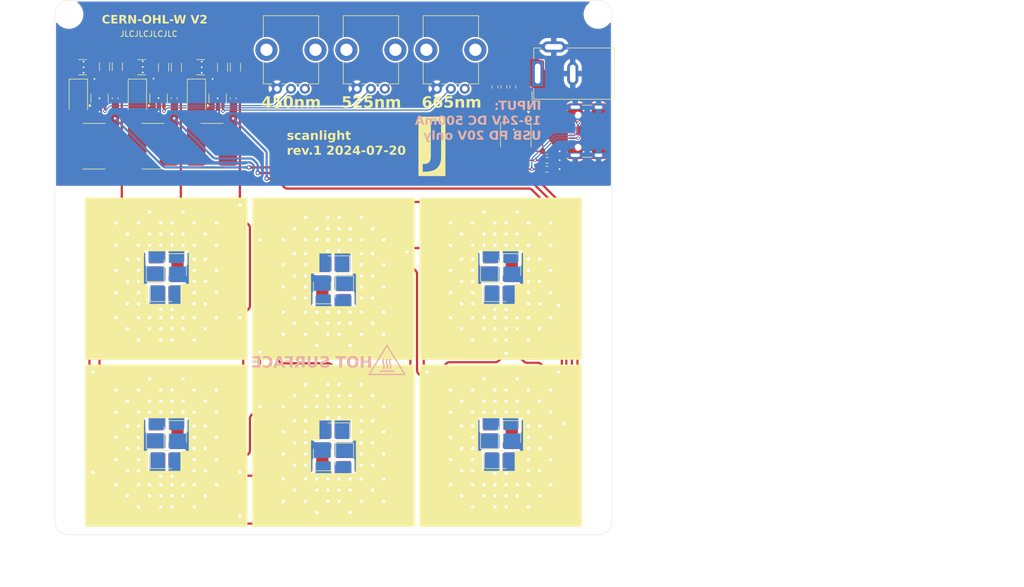
<source format=kicad_pcb>
(kicad_pcb (version 20240108) (generator "pcbnew") (generator_version "8.0")
  (layers (0 "F.Cu" signal) (31 "B.Cu" signal) (34 "B.Paste" user) (35 "F.Paste" user) (36 "B.SilkS" user "B.Silkscreen") (37 "F.SilkS" user "F.Silkscreen") (38 "B.Mask" user) (39 "F.Mask" user) (44 "Edge.Cuts" user))
  (net 0 "")
  (net 1 "+20V")
  (net 2 "GND")
  (net 3 "Net-(D1-A)")
  (net 4 "Net-(D6-K)")
  (net 5 "Net-(D9-A)")
  (net 6 "Net-(D14-K)")
  (net 7 "Net-(D16-A)")
  (net 8 "Net-(D1-K)")
  (net 9 "Net-(D2-K)")
  (net 10 "Net-(D3-K)")
  (net 11 "Net-(D4-K)")
  (net 12 "Net-(D5-K)")
  (net 13 "Net-(D7-A)")
  (net 14 "Net-(D8-A)")
  (net 15 "Net-(D10-A)")
  (net 16 "Net-(D10-K)")
  (net 17 "Net-(D11-K)")
  (net 18 "Net-(D12-K)")
  (net 19 "Net-(D13-K)")
  (net 20 "Net-(D15-A)")
  (net 21 "Net-(D16-K)")
  (net 25 "Net-(J6-CC1)")
  (net 27 "Net-(J6-CC2)")
  (net 30 "Net-(R2-Pad2)")
  (net 31 "Net-(R3-Pad2)")
  (net 32 "Net-(R5-Pad2)")
  (net 33 "Net-(U2-SEL)")
  (net 34 "Net-(U1-CTRL)")
  (net 35 "Net-(U3-CTRL)")
  (net 36 "Net-(U4-CTRL)")
  (net 47 "Net-(D20-K)")
  (net 48 "Net-(D19-K)")
  (net 49 "Net-(D18-K)")
  (net 50 "Net-(D17-K)")
  (net 51 "Net-(D21-K)")
  (footprint "Package_TO_SOT_SMD:TSOT-23-5" (layer "F.Cu") (at 111.2 69.6 90)
    (property "Reference" "U4" (hide yes))
    (property "Value" "AL8860WT")
  )
  (footprint "Resistor_SMD:R_0603_1608Metric" (layer "F.Cu") (at 162.6 67.55 90)
    (property "Reference" "R3" (hide yes))
    (property "Value" "649k")
  )
  (footprint "Capacitor_SMD:C_1210_3225Metric" (layer "F.Cu") (at 108.15 64)
    (property "Reference" "C6" (hide yes))
    (property "Value" "10u")
  )
  (footprint "LED_SMD:LED_PLCC_2835_Handsoldering" (layer "F.Cu") (at 132.400002 129.5 180)
    (property "Reference" "D11" (hide yes))
    (property "Value" "green")
  )
  (footprint "Resistor_SMD:R_1206_3216Metric" (layer "F.Cu") (at 112.089998 64 -90)
    (property "Reference" "R11" (hide yes))
    (property "Value" "1.4")
  )
  (footprint "Custom:MountingHole_2.2mm_M2_Mask_5mm" (layer "F.Cu") (at 179.5 88.5)
    (property "Reference" "H4" (hide yes))
    (property "Value" "MountingHole")
  )
  (footprint "Resistor_SMD:R_1206_3216Metric" (layer "F.Cu") (at 101.5 64 -90)
    (property "Reference" "R12" (hide yes))
    (property "Value" "1.4")
  )
  (footprint "Capacitor_SMD:C_0603_1608Metric" (layer "F.Cu") (at 170.325 79.125 180)
    (property "Reference" "C4" (hide yes))
    (property "Value" "1u")
  )
  (footprint "Diode_SMD:D_SMA" (layer "F.Cu") (at 86.2 69.645 -90)
    (property "Reference" "D7" (hide yes))
    (property "Value" "B240A")
  )
  (footprint "Capacitor_SMD:C_0603_1608Metric" (layer "F.Cu") (at 114 69.6 -90)
    (property "Reference" "C7" (hide yes))
    (property "Value" "1u")
  )
  (footprint "Capacitor_SMD:C_0603_1608Metric" (layer "F.Cu") (at 92.8 69.6 -90)
    (property "Reference" "C2" (hide yes))
    (property "Value" "1u")
  )
  (footprint "LED_SMD:LED_PLCC_2835_Handsoldering" (layer "F.Cu") (at 161.6 134.5)
    (property "Reference" "D14" (hide yes))
    (property "Value" "green")
  )
  (footprint "Resistor_SMD:R_1206_3216Metric" (layer "F.Cu") (at 90.9 63.9 -90)
    (property "Reference" "R10" (hide yes))
    (property "Value" "1.4")
  )
  (footprint "Custom:MountingHole_2.2mm_M2_Mask_5mm" (layer "F.Cu") (at 84.5 88.5)
    (property "Reference" "H3" (hide yes))
    (property "Value" "MountingHole")
  )
  (footprint "Capacitor_SMD:C_1210_3225Metric" (layer "F.Cu") (at 86.95 64)
    (property "Reference" "C1" (hide yes))
    (property "Value" "10u")
  )
  (footprint "Custom:MountingHole_2.2mm_M2_Mask_5mm" (layer "F.Cu") (at 84.5 54.5)
    (property "Reference" "H5" (hide yes))
    (property "Value" "MountingHole")
  )
  (footprint "LED_SMD:LED_PLCC_2835_Handsoldering" (layer "F.Cu") (at 100 100 90)
    (property "Reference" "D1" (hide yes))
    (property "Value" "deep blue")
  )
  (footprint "Diode_SMD:D_SMA" (layer "F.Cu") (at 107.4 69.645 -90)
    (property "Reference" "D15" (hide yes))
    (property "Value" "B240A")
  )
  (footprint "Diode_SMD:D_SMA" (layer "F.Cu") (at 96.8 69.645 -90)
    (property "Reference" "D8" (hide yes))
    (property "Value" "B240A")
  )
  (footprint "LED_SMD:LED_PLCC_2835_Handsoldering" (layer "F.Cu") (at 161.6 104.5)
    (property "Reference" "D13" (hide yes))
    (property "Value" "green")
  )
  (footprint "Resistor_SMD:R_1206_3216Metric" (layer "F.Cu") (at 93.2 63.9 -90)
    (property "Reference" "R1" (hide yes))
    (property "Value" "1.4")
  )
  (footprint "Package_SO:TSSOP-16_4.4x5mm_P0.65mm" (layer "F.Cu") (at 164.725 76.125 -90)
    (property "Reference" "U2" (hide yes))
    (property "Value" "IP2721")
  )
  (footprint "LED_SMD:LED_PLCC_2835_Handsoldering" (layer "F.Cu") (at 132.400001 99.499999 180)
    (property "Reference" "D12" (hide yes))
    (property "Value" "green")
  )
  (footprint "Custom:MountingHole_2.2mm_M2_Mask_5mm" (layer "F.Cu") (at 84.5 145.5)
    (property "Reference" "H1" (hide yes))
    (property "Value" "MountingHole")
  )
  (footprint "Resistor_SMD:R_1206_3216Metric" (layer "F.Cu") (at 103.800002 64 -90)
    (property "Reference" "R4" (hide yes))
    (property "Value" "1.4")
  )
  (footprint "Resistor_SMD:R_0603_1608Metric" (layer "F.Cu") (at 161 67.55 90)
    (property "Reference" "R5" (hide yes))
    (property "Value" "649k")
  )
  (footprint "LED_SMD:LED_PLCC_2835_Handsoldering" (layer "F.Cu") (at 133.999999 103.999999 -90)
    (property "Reference" "D4" (hide yes))
    (property "Value" "deep blue")
  )
  (footprint "LED_SMD:LED_PLCC_2835_Handsoldering" (layer "F.Cu") (at 164 100 -90)
    (property "Reference" "D20" (hide yes))
    (property "Value" "deep red")
  )
  (footprint "Connector_USB:USB_C_Receptacle_GCT_USB4105-xx-A_16P_TopMnt_Horizontal" (layer "F.Cu") (at 178.5 75.5 90)
    (property "Reference" "J6" (hide yes))
    (property "Value" "USB_C_Receptacle_USB2.0")
  )
  (footprint "LED_SMD:LED_PLCC_2835_Handsoldering" (layer "F.Cu") (at 160 100 90)
    (property "Reference" "D5" (hide yes))
    (property "Value" "deep blue")
  )
  (footprint "LED_SMD:LED_PLCC_2835_Handsoldering" (layer "F.Cu") (at 160 130 90)
    (property "Reference" "D6" (hide yes))
    (property "Value" "deep blue")
  )
  (footprint "LED_SMD:LED_PLCC_2835_Handsoldering" (layer "F.Cu") (at 104 130 -90)
    (property "Reference" "D17" (hide yes))
    (property "Value" "deep red")
  )
  (footprint "LED_SMD:LED_PLCC_2835_Handsoldering" (layer "F.Cu") (at 104 100 -90)
    (property "Reference" "D16" (hide yes))
    (property "Value" "deep red")
  )
  (footprint "Capacitor_SMD:C_0603_1608Metric" (layer "F.Cu") (at 103.4 69.6 -90)
    (property "Reference" "C5" (hide yes))
    (property "Value" "1u")
  )
  (footprint "LED_SMD:LED_PLCC_2835_Handsoldering" (layer "F.Cu") (at 101.6 104.5)
    (property "Reference" "D9" (hide yes))
    (property "Value" "green")
  )
  (footprint "Resistor_SMD:R_0603_1608Metric" (layer "F.Cu") (at 168.525 75.825 -90)
    (property "Reference" "R6" (hide yes))
    (property "Value" "100k")
  )
  (footprint "LED_SMD:LED_PLCC_2835_Handsoldering" (layer "F.Cu") (at 101.6 134.5)
    (property "Reference" "D10" (hide yes))
    (property "Value" "green")
  )
  (footprint "Inductor_SMD:L_Bourns_SRN8040TA" (layer "F.Cu") (at 89 78.2 180)
    (property "Reference" "L1" (hide yes))
    (property "Value" "100u")
  )
  (footprint "Package_TO_SOT_SMD:TSOT-23-5" (layer "F.Cu") (at 90 69.6 90)
    (property "Reference" "U1" (hide yes))
    (property "Value" "AL8860WT")
  )
  (footprint "Capacitor_SMD:C_1210_3225Metric" (layer "F.Cu") (at 97.55 64)
    (property "Reference" "C3" (hide yes))
    (property "Value" "10u")
  )
  (footprint "Inductor_SMD:L_Bourns_SRN8040TA" (layer "F.Cu") (at 110.2 78.2 180)
    (property "Reference" "L3" (hide yes))
    (property "Value" "100u")
  )
  (footprint "LED_SMD:LED_PLCC_2835_Handsoldering" (layer "F.Cu") (at 130.000002 134 90)
    (property "Reference" "D18" (hide yes))
    (property "Value" "deep red")
  )
  (footprint "Potentiometer_THT:Potentiometer_Bourns_PTV09A-1_Single_Vertical" (layer "F.Cu") (at 126.867843 67.87 90)
    (property "Reference" "RV1" (hide yes))
    (property "Value" "100k")
  )
  (footprint "Potentiometer_THT:Potentiometer_Bourns_PTV09A-1_Single_Vertical" (layer "F.Cu") (at 141.217843 67.87 90)
    (property "Reference" "RV2" (hide yes))
    (property "Value" "100k")
  )
  (footprint "LED_SMD:LED_PLCC_2835_Handsoldering" (layer "F.Cu") (at 164 130 -90)
    (property "Reference" "D21" (hide yes))
    (property "Value" "deep red")
  )
  (footprint "Connector_BarrelJack:BarrelJack_GCT_DCJ200-10-A_Horizontal" (layer "F.Cu") (at 168.65 65.15 90)
    (property "Reference" "J3" (hide yes))
    (property "Value" "PJ-002AH")
  )
  (footprint "Package_TO_SOT_SMD:TSOT-23-5" (layer "F.Cu") (at 100.6 69.6 90)
    (property "Reference" "U3" (hide yes))
    (property "Value" "AL8860WT")
  )
  (footprint "Resistor_SMD:R_0603_1608Metric" (layer "F.Cu") (at 170.325 80.725)
    (property "Reference" "R7" (hide yes))
    (property "Value" "5.1k")
  )
  (footprint "Resistor_SMD:R_1206_3216Metric" (layer "F.Cu") (at 114.4 64 -90)
    (property "Reference" "R9" (hide yes))
    (property "Value" "1.4")
  )
  (footprint "Resistor_SMD:R_0603_1608Metric" (layer "F.Cu") (at 164.2 67.55 90)
    (property "Reference" "R2" (hide yes))
    (property "Value" "649k")
  )
  (footprint "Potentiometer_THT:Potentiometer_Bourns_PTV09A-1_Single_Vertical" (layer "F.Cu") (at 155.567843 67.87 90)
    (property "Reference" "RV3" (hide yes))
    (property "Value" "100k")
  )
  (footprint "Custom:MountingHole_2.2mm_M2_Mask_5mm" (layer "F.Cu") (at 179.5 145.5)
    (property "Reference" "H2" (hide yes))
    (property "Value" "MountingHole")
  )
  (footprint "LED_SMD:LED_PLCC_2835_Handsoldering" (layer "F.Cu") (at 100 130 90)
    (property "Reference" "D2" (hide yes))
    (property "Value" "deep blue")
  )
  (footprint "LED_SMD:LED_PLCC_2835_Handsoldering" (layer "F.Cu") (at 134 134 -90)
    (property "Reference" "D3" (hide yes))
    (property "Value" "deep blue")
  )
  (footprint "Custom:MountingHole_2.2mm_M2_Mask_5mm" (layer "F.Cu") (at 179.5 54.5)
    (property "Reference" "H6" (hide yes))
    (property "Value" "MountingHole")
  )
  (footprint "Resistor_SMD:R_0603_1608Metric" (layer "F.Cu") (at 170.325 82.325)
    (property "Reference" "R8" (hide yes))
    (property "Value" "5.1k")
  )
  (footprint "LED_SMD:LED_PLCC_2835_Handsoldering" (layer "F.Cu") (at 130.000001 103.999999 90)
    (property "Reference" "D19" (hide yes))
    (property "Value" "deep red")
  )
  (footprint "Inductor_SMD:L_Bourns_SRN8040TA" (layer "F.Cu") (at 99.6 78.2 180)
    (property "Reference" "L2" (hide yes))
    (property "Value" "100u")
  )
  (footprint "Custom:hot-surface_1x" (layer "B.Cu") (at 141.6 117.8 180)
    (property "Reference" "SYM101" (hide yes))
    (property "Value" "SYM_Hot_Large" (hide yes))
  )
  (gr_poly (pts (xy 87.5 133) (xy 97.9 133) (xy 97.9 127) (xy 106.1 127) (xy 106.1 133) (xy 116.5 133) (xy 116.5 117.5) (xy 87.5 117.5)) (stroke (width 0.15)) (fill solid) (layer "F.SilkS"))
  (gr_poly (pts (xy 87.5 116.5) (xy 116.5 116.5) (xy 116.5 103) (xy 104.6 103) (xy 104.6 106.6) (xy 98.6 106.6) (xy 98.6 103) (xy 87.5 103)) (stroke (width 0.15)) (fill solid) (layer "F.SilkS"))
  (gr_poly (pts (xy 146.5 101) (xy 136.1 101) (xy 136.1 107) (xy 127.9 107) (xy 127.9 101) (xy 117.5 101) (xy 117.5 116.5) (xy 146.5 116.5)) (stroke (width 0.15)) (fill solid) (layer "F.SilkS"))
  (gr_poly (pts (xy 146.5 131) (xy 136.1 131) (xy 136.1 137) (xy 127.9 137) (xy 127.9 131) (xy 117.5 131) (xy 117.5 146.5) (xy 146.5 146.5)) (stroke (width 0.15)) (fill solid) (layer "F.SilkS"))
  (gr_poly (pts (xy 147.5 133) (xy 157.9 133) (xy 157.9 127) (xy 166.1 127) (xy 166.1 133) (xy 176.5 133) (xy 176.5 117.5) (xy 147.5 117.5)) (stroke (width 0.15)) (fill solid) (layer "F.SilkS"))
  (gr_poly (pts (xy 146.5 117.5) (xy 117.5 117.5) (xy 117.5 131) (xy 129.399999 131) (xy 129.4 127.4) (xy 135.400001 127.4) (xy 135.4 131) (xy 146.5 131)) (stroke (width 0.15)) (fill solid) (layer "F.SilkS"))
  (gr_poly (pts (xy 146.5 87.5) (xy 117.5 87.5) (xy 117.5 101) (xy 129.4 101) (xy 129.399999 97.4) (xy 135.4 97.4) (xy 135.400001 101) (xy 146.5 101)) (stroke (width 0.15)) (fill solid) (layer "F.SilkS"))
  (gr_poly (pts (xy 147.5 103) (xy 157.9 103) (xy 157.9 97) (xy 166.1 97) (xy 166.1 103) (xy 176.5 103) (xy 176.5 87.5) (xy 147.5 87.5)) (stroke (width 0.15)) (fill solid) (layer "F.SilkS"))
  (gr_poly (pts (xy 87.5 146.5) (xy 116.5 146.5) (xy 116.5 133) (xy 104.6 133) (xy 104.6 136.6) (xy 98.6 136.6) (xy 98.6 133) (xy 87.5 133)) (stroke (width 0.15)) (fill solid) (layer "F.SilkS"))
  (gr_poly (pts (xy 87.5 103) (xy 97.9 103) (xy 97.9 97) (xy 106.1 97) (xy 106.1 103) (xy 116.5 103) (xy 116.5 87.5) (xy 87.5 87.5)) (stroke (width 0.15)) (fill solid) (layer "F.SilkS"))
  (gr_poly (pts (xy 147.5 146.5) (xy 176.5 146.5) (xy 176.5 133) (xy 164.6 133) (xy 164.6 136.6) (xy 158.6 136.6) (xy 158.6 133) (xy 147.5 133)) (stroke (width 0.15)) (fill solid) (layer "F.SilkS"))
  (gr_poly (pts (xy 147.5 116.5) (xy 176.5 116.5) (xy 176.5 103) (xy 164.6 103) (xy 164.6 106.6) (xy 158.6 106.6) (xy 158.6 103) (xy 147.5 103)) (stroke (width 0.15)) (fill solid) (layer "F.SilkS"))
  (gr_line (start 84.5 52) (end 179.5 52) (stroke (width 0.05)) (layer "Edge.Cuts"))
  (gr_arc (start 179.5 52) (mid 181.267767 52.732233) (end 182 54.5) (stroke (width 0.05)) (layer "Edge.Cuts"))
  (gr_arc (start 82 54.5) (mid 82.732233 52.732233) (end 84.5 52) (stroke (width 0.05)) (layer "Edge.Cuts"))
  (gr_arc (start 84.5 148) (mid 82.732233 147.267767) (end 82 145.5) (stroke (width 0.05)) (layer "Edge.Cuts"))
  (gr_line (start 82 145.5) (end 82 54.5) (stroke (width 0.05)) (layer "Edge.Cuts"))
  (gr_line (start 179.5 148) (end 84.5 148) (stroke (width 0.05)) (layer "Edge.Cuts"))
  (gr_line (start 182 54.5) (end 182 145.5) (stroke (width 0.05)) (layer "Edge.Cuts"))
  (gr_arc (start 182 145.5) (mid 181.267767 147.267767) (end 179.5 148) (stroke (width 0.05)) (layer "Edge.Cuts"))
  (gr_text "INPUT:\n19-24V DC 500mA\nUSB PD 20V only" (at 169.3 77.3 0) (layer "B.SilkS") (effects (font (size 1.6 1.6) (thickness 0.4) (bold yes)) (justify left bottom mirror)))
  (gr_text "HOT SURFACE" (at 128.1 118.3 0) (layer "B.SilkS") (effects (font (size 2 2) (thickness 0.4) (bold yes)) (justify bottom mirror)))
  (gr_text "scanlight\nrev.1 2024-07-20\n" (at 123.6 80 0) (layer "F.SilkS") (effects (font (size 1.6 1.6) (thickness 0.4) (bold yes)) (justify left bottom)))
  (gr_text "JLCJLCJLCJLC" (at 93.6 58.6 0) (layer "F.SilkS") (effects (font (size 1 1)) (justify left bottom)))
  (gr_text "450nm" (at 124.4 71.6 0) (layer "F.SilkS") (effects (font (size 2 2) (thickness 0.4) (bold yes)) (justify bottom)))
  (gr_text "CERN-OHL-W V2" (at 90.4 56.4 0) (layer "F.SilkS") (effects (font (size 1.5 1.5) (thickness 0.375) (bold yes)) (justify left bottom)))
  (gr_text "J" (at 150.4 82 0) (layer "F.SilkS" knockout) (effects (font (size 7 7) (thickness 0.4) (bold yes) (italic yes)) (justify bottom)))
  (gr_text "665nm" (at 153.2 71.6 0) (layer "F.SilkS") (effects (font (size 2 2) (thickness 0.4) (bold yes)) (justify bottom)))
  (gr_text "525nm" (at 138.8 71.6 0) (layer "F.SilkS") (effects (font (size 2 2) (thickness 0.4) (bold yes)) (justify bottom)))
  (segment (start 164.2 68.375) (end 162.6 68.375) (width 0.2) (layer "F.Cu") (net 1))
  (segment (start 167.192049 79.1) (end 169.507322 79.1) (width 0.2) (layer "F.Cu") (net 1))
  (segment (start 168.525 75) (end 167.338092 75) (width 0.2) (layer "F.Cu") (net 1))
  (segment (start 165.414067 68.614067) (end 166.110932 69.310932) (width 0.2) (layer "F.Cu") (net 1))
  (segment (start 166.35 74.011907) (end 166.35 73.2625) (width 0.2) (layer "F.Cu") (net 1))
  (segment (start 169.55 79.107322) (end 169.55 75.341421) (width 0.2) (layer "F.Cu") (net 1))
  (segment (start 169.208578 75) (end 168.525 75) (width 0.2) (layer "F.Cu") (net 1))
  (segment (start 166.35 69.888092) (end 166.35 73.2625) (width 0.2) (layer "F.Cu") (net 1))
  (segment (start 167.05625 79.04375) (end 167 78.9875) (width 0.2) (layer "F.Cu") (net 1))
  (segment (start 169.691421 75.2) (end 170.1 75.2) (width 0.2) (layer "F.Cu") (net 1))
  (segment (start 166.589067 74.589067) (end 166.760932 74.760932) (width 0.2) (layer "F.Cu") (net 1))
  (segment (start 162.6 68.375) (end 161 68.375) (width 0.2) (layer "F.Cu") (net 1))
  (segment (start 164.836907 68.375) (end 164.2 68.375) (width 0.2) (layer "F.Cu") (net 1))
  (arc (start 165.414067 68.614067) (mid 165.149263 68.437131) (end 164.836907 68.375) (width 0.2) (layer "F.Cu") (net 1))
  (arc (start 169.5375 79.1125) (mid 169.523654 79.103248) (end 169.507322 79.1) (width 0.2) (layer "F.Cu") (net 1))
  (arc (start 169.55 75.341421) (mid 169.52401 75.210764) (end 169.45 75.1) (width 0.2) (layer "F.Cu") (net 1))
  (arc (start 169.691421 75.2) (mid 169.591421 75.241421) (end 169.55 75.341421) (width 0.2) (layer "F.Cu") (net 1))
  (arc (start 166.760932 74.760932) (mid 167.025735 74.937868) (end 167.338092 75) (width 0.2) (layer "F.Cu") (net 1))
  (arc (start 166.110932 69.310932) (mid 166.287868 69.575735) (end 166.35 69.888092) (width 0.2) (layer "F.Cu") (net 1))
  (arc (start 169.5375 79.1125) (mid 169.545479 79.114087) (end 169.55 79.107322) (width 0.2) (layer "F.Cu") (net 1))
  (arc (start 169.45 75.1) (mid 169.560764 75.17401) (end 169.691421 75.2) (width 0.2) (layer "F.Cu") (net 1))
  (arc (start 167.05625 79.04375) (mid 167.118555 79.085381) (end 167.192049 79.1) (width 0.2) (layer "F.Cu") (net 1))
  (arc (start 169.45 75.1) (mid 169.339234 75.025989) (end 169.208578 75) (width 0.2) (layer "F.Cu") (net 1))
  (arc (start 166.35 74.011907) (mid 166.412131 74.324263) (end 166.589067 74.589067) (width 0.2) (layer "F.Cu") (net 1))
  (segment (start 171.1625 80.7125) (end 171.15 80.725) (width 0.2) (layer "F.Cu") (net 2))
  (segment (start 172.557322 79.125) (end 171.1 79.125) (width 0.2) (layer "F.Cu") (net 2))
  (segment (start 164.4 75.2) (end 164.4 73.2625) (width 0.2) (layer "F.Cu") (net 2))
  (segment (start 172.6 79.1) (end 172.5875 79.1125) (width 0.2) (layer "F.Cu") (net 2))
  (segment (start 171.192677 80.7) (end 172.6 80.7) (width 0.2) (layer "F.Cu") (net 2))
  (segment (start 171.1625 82.3125) (end 171.15 82.325) (width 0.2) (layer "F.Cu") (net 2))
  (segment (start 172.6 82.3) (end 171.192677 82.3) (width 0.2) (layer "F.Cu") (net 2))
  (via (at 100.6 71.95) (size 0.6) (drill 0.3) (layers "F.Cu" "B.Cu") (net 2))
  (via (at 87.15 63) (size 0.6) (drill 0.3) (layers "F.Cu" "B.Cu") (net 2))
  (via (at 100.6 69.55) (size 0.6) (drill 0.3) (layers "F.Cu" "B.Cu") (net 2))
  (via (at 172.6 79.1) (size 0.6) (drill 0.3) (layers "F.Cu" "B.Cu") (net 2))
  (via (at 164.4 75.2) (size 0.6) (drill 0.3) (layers "F.Cu" "B.Cu") (net 2))
  (via (at 108.35 64) (size 0.6) (drill 0.3) (layers "F.Cu" "B.Cu") (net 2))
  (via (at 99.7 66.05) (size 0.6) (drill 0.3) (layers "F.Cu" "B.Cu") (net 2))
  (via (at 110.3 66.1) (size 0.6) (drill 0.3) (layers "F.Cu" "B.Cu") (net 2))
  (via (at 89.1 66.1) (size 0.6) (drill 0.3) (layers "F.Cu" "B.Cu") (net 2))
  (via (at 90 69.6) (size 0.6) (drill 0.3) (layers "F.Cu" "B.Cu") (net 2))
  (via (at 87.15 65) (size 0.6) (drill 0.3) (layers "F.Cu" "B.Cu") (net 2))
  (via (at 97.75 63.95) (size 0.6) (drill 0.3) (layers "F.Cu" "B.Cu") (net 2))
  (via (at 108.35 65) (size 0.6) (drill 0.3) (layers "F.Cu" "B.Cu") (net 2))
  (via (at 108.35 63) (size 0.6) (drill 0.3) (layers "F.Cu" "B.Cu") (net 2))
  (via (at 90 72) (size 0.6) (drill 0.3) (layers "F.Cu" "B.Cu") (net 2))
  (via (at 176.9 79.2) (size 0.6) (drill 0.3) (layers "F.Cu" "B.Cu") (net 2))
  (via (at 97.75 62.95) (size 0.6) (drill 0.3) (layers "F.Cu" "B.Cu") (net 2))
  (via (at 178.2 71.8) (size 0.6) (drill 0.3) (layers "F.Cu" "B.Cu") (net 2))
  (via (at 172.6 82.3) (size 0.6) (drill 0.3) (layers "F.Cu" "B.Cu") (net 2))
  (via (at 111.2 69.6) (size 0.6) (drill 0.3) (layers "F.Cu" "B.Cu") (net 2))
  (via (at 172.6 80.7) (size 0.6) (drill 0.3) (layers "F.Cu" "B.Cu") (net 2))
  (via (at 178.2 79.2) (size 0.6) (drill 0.3) (layers "F.Cu" "B.Cu") (net 2))
  (via (at 97.75 64.95) (size 0.6) (drill 0.3) (layers "F.Cu" "B.Cu") (net 2))
  (via (at 111.2 72) (size 0.6) (drill 0.3) (layers "F.Cu" "B.Cu") (net 2))
  (via (at 87.15 64) (size 0.6) (drill 0.3) (layers "F.Cu" "B.Cu") (net 2))
  (via (at 176.9 71.8) (size 0.6) (drill 0.3) (layers "F.Cu" "B.Cu") (net 2))
  (arc (start 171.192677 80.7) (mid 171.176345 80.703248) (end 171.1625 80.7125) (width 0.2) (layer "F.Cu") (net 2))
  (arc (start 171.192677 82.3) (mid 171.176345 82.303248) (end 171.1625 82.3125) (width 0.2) (layer "F.Cu") (net 2))
  (arc (start 172.5875 79.1125) (mid 172.573654 79.121751) (end 172.557322 79.125) (width 0.2) (layer "F.Cu") (net 2))
  (segment (start 93.701256 68.825) (end 92.8 68.825) (width 0.4) (layer "F.Cu") (net 3))
  (segment (start 94 69.123743) (end 94 88.5) (width 0.4) (layer "F.Cu") (net 3))
  (via (at 101 96) (size 1.2) (drill 0.6) (layers "F.Cu" "B.Cu") (net 3))
  (via (at 93 96) (size 1.2) (drill 0.6) (layers "F.Cu" "B.Cu") (net 3))
  (via (at 97 92) (size 1.2) (drill 0.6) (layers "F.Cu" "B.Cu") (net 3))
  (via (at 99 90) (size 1.2) (drill 0.6) (layers "F.Cu" "B.Cu") (net 3))
  (via (at 101 92) (size 1.2) (drill 0.6) (layers "F.Cu" "B.Cu") (net 3))
  (via (at 101 94) (size 1.2) (drill 0.6) (layers "F.Cu" "B.Cu") (net 3))
  (via (at 97 96) (size 1.2) (drill 0.6) (layers "F.Cu" "B.Cu") (net 3))
  (via (at 99 96) (size 1.2) (drill 0.6) (layers "F.Cu" "B.Cu") (net 3))
  (via (at 93 92) (size 1.2) (drill 0.6) (layers "F.Cu" "B.Cu") (net 3))
  (via (at 95 94) (size 1.2) (drill 0.6) (layers "F.Cu" "B.Cu") (net 3))
  (via (at 99 94) (size 1.2) (drill 0.6) (layers "F.Cu" "B.Cu") (net 3))
  (arc (start 93.9125 68.9125) (mid 93.81558 68.84774) (end 93.701256 68.825) (width 0.4) (layer "F.Cu") (net 3))
  (arc (start 93.9125 68.9125) (mid 93.977259 69.009419) (end 94 69.123743) (width 0.4) (layer "F.Cu") (net 3))
  (segment (start 175.8 91.738092) (end 175.8 144.661907) (width 0.4) (layer "F.Cu") (net 4))
  (segment (start 148.439067 137.160932) (end 148.8 136.8) (width 0.4) (layer "F.Cu") (net 4))
  (segment (start 148.2 137.738092) (end 148.2 144.861907) (width 0.4) (layer "F.Cu") (net 4))
  (segment (start 148.439067 145.439067) (end 148.560932 145.560932) (width 0.4) (layer "F.Cu") (net 4))
  (segment (start 175.239067 145.560931) (end 175.560932 145.239067) (width 0.4) (layer "F.Cu") (net 4))
  (segment (start 124.110932 83.560932) (end 122.789067 82.239067) (width 0.4) (layer "F.Cu") (net 4))
  (segment (start 174.661907 145.8) (end 149.138092 145.8) (width 0.4) (layer "F.Cu") (net 4))
  (segment (start 167.861907 83.8) (end 124.688092 83.8) (width 0.4) (layer "F.Cu") (net 4))
  (segment (start 175.560932 91.160932) (end 168.439067 84.039067) (width 0.4) (layer "F.Cu") (net 4))
  (segment (start 116.8 82) (end 122.211907 82) (width 0.4) (layer "F.Cu") (net 4))
  (via (at 157 130.5) (size 1.2) (drill 0.6) (layers "F.Cu" "B.Cu") (net 4))
  (via (at 157 136.5) (size 1.2) (drill 0.6) (layers "F.Cu" "B.Cu") (net 4))
  (via (at 157 132.5) (size 1.2) (drill 0.6) (layers "F.Cu" "B.Cu") (net 4))
  (via (at 92.8 73.2) (size 0.8) (drill 0.4) (layers "F.Cu" "B.Cu") (net 4))
  (via (at 155 136.5) (size 1.2) (drill 0.6) (layers "F.Cu" "B.Cu") (net 4))
  (via (at 155 128.5) (size 1.2) (drill 0.6) (layers "F.Cu" "B.Cu") (net 4))
  (via (at 116.8 82) (size 0.8) (drill 0.4) (layers "F.Cu" "B.Cu") (net 4))
  (via (at 157 134.5) (size 1.2) (drill 0.6) (layers "F.Cu" "B.Cu") (net 4))
  (via (at 153 130.5) (size 1.2) (drill 0.6) (layers "F.Cu" "B.Cu") (net 4))
  (via (at 155 132.5) (size 1.2) (drill 0.6) (layers "F.Cu" "B.Cu") (net 4))
  (via (at 153 134.5) (size 1.2) (drill 0.6) (layers "F.Cu" "B.Cu") (net 4))
  (via (at 157 128.5) (size 1.2) (drill 0.6) (layers "F.Cu" "B.Cu") (net 4))
  (arc (start 148.560932 145.560932) (mid 148.825735 145.737868) (end 149.138092 145.8) (width 0.4) (layer "F.Cu") (net 4))
  (arc (start 168.439067 84.039067) (mid 168.174263 83.862131) (end 167.861907 83.8) (width 0.4) (layer "F.Cu") (net 4))
  (arc (start 175.8 144.661907) (mid 175.737868 144.974263) (end 175.560932 145.239067) (width 0.4) (layer "F.Cu") (net 4))
  (arc (start 148.2 144.861907) (mid 148.262131 145.174263) (end 148.439067 145.439067) (width 0.4) (layer "F.Cu") (net 4))
  (arc (start 175.239067 145.560931) (mid 174.974263 145.737867) (end 174.661907 145.8) (width 0.4) (layer "F.Cu") (net 4))
  (arc (start 148.439067 137.160932) (mid 148.262131 137.425735) (end 148.2 137.738092) (width 0.4) (layer "F.Cu") (net 4))
  (arc (start 175.560932 91.160932) (mid 175.737868 91.425735) (end 175.8 91.738092) (width 0.4) (layer "F.Cu") (net 4))
  (arc (start 124.110932 83.560932) (mid 124.375735 83.737868) (end 124.688092 83.8) (width 0.4) (layer "F.Cu") (net 4))
  (arc (start 122.789067 82.239067) (mid 122.524263 82.062131) (end 122.211907 82) (width 0.4) (layer "F.Cu") (net 4))
  (segment (start 92.8 73.2) (end 101.360932 81.760932) (width 0.4) (layer "B.Cu") (net 4))
  (segment (start 116.8 82) (end 101.938092 82) (width 0.4) (layer "B.Cu") (net 4))
  (arc (start 101.360932 81.760932) (mid 101.625735 81.937868) (end 101.938092 82) (width 0.4) (layer "B.Cu") (net 4))
  (segment (start 116.760932 92.310932) (end 112.689067 88.239067) (width 0.4) (layer "F.Cu") (net 5))
  (segment (start 104.301256 68.825) (end 103.4 68.825) (width 0.4) (layer "F.Cu") (net 5))
  (segment (start 104.6 69.123743) (end 104.6 87.317157) (width 0.4) (layer "F.Cu") (net 5))
  (segment (start 115.2 109) (end 116.760932 107.439067) (width 0.4) (layer "F.Cu") (net 5))
  (segment (start 117 92.888092) (end 117 106.861907) (width 0.4) (layer "F.Cu") (net 5))
  (segment (start 112.111907 88) (end 105.282842 88) (width 0.4) (layer "F.Cu") (net 5))
  (via (at 111 109) (size 1.2) (drill 0.6) (layers "F.Cu" "B.Cu") (net 5))
  (via (at 109 111) (size 1.2) (drill 0.6) (layers "F.Cu" "B.Cu") (net 5))
  (via (at 107 113) (size 1.2) (drill 0.6) (layers "F.Cu" "B.Cu") (net 5))
  (via (at 103 113) (size 1.2) (drill 0.6) (layers "F.Cu" "B.Cu") (net 5))
  (via (at 105 111) (size 1.2) (drill 0.6) (layers "F.Cu" "B.Cu") (net 5))
  (via (at 103 109) (size 1.2) (drill 0.6) (layers "F.Cu" "B.Cu") (net 5))
  (via (at 105 109) (size 1.2) (drill 0.6) (layers "F.Cu" "B.Cu") (net 5))
  (via (at 103 111) (size 1.2) (drill 0.6) (layers "F.Cu" "B.Cu") (net 5))
  (via (at 115.2 109) (size 1.2) (drill 0.6) (layers "F.Cu" "B.Cu") (net 5))
  (via (at 103 107.5) (size 1.2) (drill 0.6) (layers "F.Cu" "B.Cu") (net 5))
  (via (at 107 109) (size 1.2) (drill 0.6) (layers "F.Cu" "B.Cu") (net 5))
  (arc (start 104.8 87.8) (mid 105.021529 87.948021) (end 105.282842 88) (width 0.4) (layer "F.Cu") (net 5))
  (arc (start 104.5125 68.9125) (mid 104.41558 68.84774) (end 104.301256 68.825) (width 0.4) (layer "F.Cu") (net 5))
  (arc (start 112.689067 88.239067) (mid 112.424263 88.062131) (end 112.111907 88) (width 0.4) (layer "F.Cu") (net 5))
  (arc (start 104.5125 68.9125) (mid 104.577259 69.009419) (end 104.6 69.123743) (width 0.4) (layer "F.Cu") (net 5))
  (arc (start 104.6 87.317157) (mid 104.651978 87.578469) (end 104.8 87.8) (width 0.4) (layer "F.Cu") (net 5))
  (arc (start 116.760932 92.310932) (mid 116.937868 92.575735) (end 117 92.888092) (width 0.4) (layer "F.Cu") (net 5))
  (arc (start 117 106.861907) (mid 116.937868 107.174263) (end 116.760932 107.439067) (width 0.4) (layer "F.Cu") (net 5))
  (segment (start 168.039067 85.039067) (end 174.560932 91.560932) (width 0.4) (layer "F.Cu") (net 6))
  (segment (start 161.360932 144.760932) (end 161 144.4) (width 0.4) (layer "F.Cu") (net 6))
  (segment (start 174.8 144.658578) (end 174.8 92.138092) (width 0.4) (layer "F.Cu") (net 6))
  (segment (start 118.4 83) (end 121.761907 83) (width 0.4) (layer "F.Cu") (net 6))
  (segment (start 122.339067 83.239067) (end 123.660932 84.560932) (width 0.4) (layer "F.Cu") (net 6))
  (segment (start 174.458578 145) (end 161.938092 145) (width 0.4) (layer "F.Cu") (net 6))
  (segment (start 167.461907 84.8) (end 124.238092 84.8) (width 0.4) (layer "F.Cu") (net 6))
  (via (at 161 141) (size 1.2) (drill 0.6) (layers "F.Cu" "B.Cu") (net 6))
  (via (at 161 143) (size 1.2) (drill 0.6) (layers "F.Cu" "B.Cu") (net 6))
  (via (at 161 139) (size 1.2) (drill 0.6) (layers "F.Cu" "B.Cu") (net 6))
  (via (at 103.4 73.2) (size 0.8) (drill 0.4) (layers "F.Cu" "B.Cu") (net 6))
  (via (at 153 139) (size 1.2) (drill 0.6) (layers "F.Cu" "B.Cu") (net 6))
  (via (at 118.4 83) (size 0.8) (drill 0.4) (layers "F.Cu" "B.Cu") (net 6))
  (via (at 157 139) (size 1.2) (drill 0.6) (layers "F.Cu" "B.Cu") (net 6))
  (via (at 159 141) (size 1.2) (drill 0.6) (layers "F.Cu" "B.Cu") (net 6))
  (via (at 157 143) (size 1.2) (drill 0.6) (layers "F.Cu" "B.Cu") (net 6))
  (via (at 159 139) (size 1.2) (drill 0.6) (layers "F.Cu" "B.Cu") (net 6))
  (via (at 161 137) (size 1.2) (drill 0.6) (layers "F.Cu" "B.Cu") (net 6))
  (via (at 155 141) (size 1.2) (drill 0.6) (layers "F.Cu" "B.Cu") (net 6))
  (arc (start 122.339067 83.239067) (mid 122.074263 83.062131) (end 121.761907 83) (width 0.4) (layer "F.Cu") (net 6))
  (arc (start 174.560932 91.560932) (mid 174.737868 91.825735) (end 174.8 92.138092) (width 0.4) (layer "F.Cu") (net 6))
  (arc (start 161.360932 144.760932) (mid 161.625735 144.937868) (end 161.938092 145) (width 0.4) (layer "F.Cu") (net 6))
  (arc (start 174.8 144.658578) (mid 174.77401 144.789234) (end 174.7 144.9) (width 0.4) (layer "F.Cu") (net 6))
  (arc (start 123.660932 84.560932) (mid 123.925735 84.737868) (end 124.238092 84.8) (width 0.4) (layer "F.Cu") (net 6))
  (arc (start 168.039067 85.039067) (mid 167.774263 84.862131) (end 167.461907 84.8) (width 0.4) (layer "F.Cu") (net 6))
  (arc (start 174.7 144.9) (mid 174.589234 144.97401) (end 174.458578 145) (width 0.4) (layer "F.Cu") (net 6))
  (segment (start 118.160932 81.160932) (end 117.639067 80.639067) (width 0.4) (layer "B.Cu") (net 6))
  (segment (start 110.360932 80.160932) (end 103.4 73.2) (width 0.4) (layer "B.Cu") (net 6))
  (segment (start 118.4 81.738092) (end 118.4 83) (width 0.4) (layer "B.Cu") (net 6))
  (segment (start 110.938092 80.4) (end 117.061907 80.4) (width 0.4) (layer "B.Cu") (net 6))
  (arc (start 110.360932 80.160932) (mid 110.625735 80.337868) (end 110.938092 80.4) (width 0.4) (layer "B.Cu") (net 6))
  (arc (start 118.160932 81.160932) (mid 118.337868 81.425735) (end 118.4 81.738092) (width 0.4) (layer "B.Cu") (net 6))
  (arc (start 117.639067 80.639067) (mid 117.374263 80.462131) (end 117.061907 80.4) (width 0.4) (layer "B.Cu") (net 6))
  (segment (start 115.2 88.8) (end 115.2 69.123743) (width 0.4) (layer "F.Cu") (net 7))
  (segment (start 114.901256 68.825) (end 114 68.825) (width 0.4) (layer "F.Cu") (net 7))
  (via (at 105 94) (size 1.2) (drill 0.6) (layers "F.Cu" "B.Cu") (net 7))
  (via (at 103 96) (size 1.2) (drill 0.6) (layers "F.Cu" "B.Cu") (net 7))
  (via (at 105 90) (size 1.2) (drill 0.6) (layers "F.Cu" "B.Cu") (net 7))
  (via (at 103 92) (size 1.2) (drill 0.6) (layers "F.Cu" "B.Cu") (net 7))
  (via (at 105 96) (size 1.2) (drill 0.6) (layers "F.Cu" "B.Cu") (net 7))
  (via (at 109 94) (size 1.2) (drill 0.6) (layers "F.Cu" "B.Cu") (net 7))
  (via (at 103 94) (size 1.2) (drill 0.6) (layers "F.Cu" "B.Cu") (net 7))
  (via (at 111 92) (size 1.2) (drill 0.6) (layers "F.Cu" "B.Cu") (net 7))
  (via (at 107 92) (size 1.2) (drill 0.6) (layers "F.Cu" "B.Cu") (net 7))
  (via (at 111 96) (size 1.2) (drill 0.6) (layers "F.Cu" "B.Cu") (net 7))
  (via (at 115.2 88.8) (size 1.2) (drill 0.6) (layers "F.Cu" "B.Cu") (net 7))
  (via (at 107 96) (size 1.2) (drill 0.6) (layers "F.Cu" "B.Cu") (net 7))
  (arc (start 115.1125 68.9125) (mid 115.01558 68.84774) (end 114.901256 68.825) (width 0.4) (layer "F.Cu") (net 7))
  (arc (start 115.1125 68.9125) (mid 115.177259 69.009419) (end 115.2 69.123743) (width 0.4) (layer "F.Cu") (net 7))
  (segment (start 88.8 118.8) (end 88.439067 118.439067) (width 0.4) (layer "F.Cu") (net 8))
  (segment (start 88.2 117.861907) (end 88.2 107.838092) (width 0.4) (layer "F.Cu") (net 8))
  (segment (start 88.439067 107.260932) (end 91.7 104) (width 0.4) (layer "F.Cu") (net 8))
  (via (at 93 104.5) (size 1.2) (drill 0.6) (layers "F.Cu" "B.Cu") (net 8))
  (via (at 88.8 118.8) (size 1.2) (drill 0.6) (layers "F.Cu" "B.Cu") (net 8))
  (via (at 101 122) (size 1.2) (drill 0.6) (layers "F.Cu" "B.Cu") (net 8))
  (via (at 99 124) (size 1.2) (drill 0.6) (layers "F.Cu" "B.Cu") (net 8))
  (via (at 97 106.5) (size 1.2) (drill 0.6) (layers "F.Cu" "B.Cu") (net 8))
  (via (at 99 120) (size 1.2) (drill 0.6) (layers "F.Cu" "B.Cu") (net 8))
  (via (at 97 126) (size 1.2) (drill 0.6) (layers "F.Cu" "B.Cu") (net 8))
  (via (at 93 100.5) (size 1.2) (drill 0.6) (layers "F.Cu" "B.Cu") (net 8))
  (via (at 99 126) (size 1.2) (drill 0.6) (layers "F.Cu" "B.Cu") (net 8))
  (via (at 97 122) (size 1.2) (drill 0.6) (layers "F.Cu" "B.Cu") (net 8))
  (via (at 97 100.5) (size 1.2) (drill 0.6) (layers "F.Cu" "B.Cu") (net 8))
  (via (at 97 104.5) (size 1.2) (drill 0.6) (layers "F.Cu" "B.Cu") (net 8))
  (via (at 101 124) (size 1.2) (drill 0.6) (layers "F.Cu" "B.Cu") (net 8))
  (via (at 95 124) (size 1.2) (drill 0.6) (layers "F.Cu" "B.Cu") (net 8))
  (via (at 95 106.5) (size 1.2) (drill 0.6) (layers "F.Cu" "B.Cu") (net 8))
  (via (at 93 126) (size 1.2) (drill 0.6) (layers "F.Cu" "B.Cu") (net 8))
  (via (at 93 122) (size 1.2) (drill 0.6) (layers "F.Cu" "B.Cu") (net 8))
  (via (at 97 102.5) (size 1.2) (drill 0.6) (layers "F.Cu" "B.Cu") (net 8))
  (via (at 95 98.5) (size 1.2) (drill 0.6) (layers "F.Cu" "B.Cu") (net 8))
  (via (at 101 126) (size 1.2) (drill 0.6) (layers "F.Cu" "B.Cu") (net 8))
  (via (at 95 102.5) (size 1.2) (drill 0.6) (layers "F.Cu" "B.Cu") (net 8))
  (via (at 97 98.5) (size 1.2) (drill 0.6) (layers "F.Cu" "B.Cu") (net 8))
  (arc (start 88.439067 107.260932) (mid 88.262131 107.525735) (end 88.2 107.838092) (width 0.4) (layer "F.Cu") (net 8))
  (arc (start 88.2 117.861907) (mid 88.262131 118.174263) (end 88.439067 118.439067) (width 0.4) (layer "F.Cu") (net 8))
  (segment (start 88.2 137.738092) (end 88.2 141.661907) (width 0.4) (layer "F.Cu") (net 9))
  (segment (start 88.8 136.8) (end 88.439067 137.160932) (width 0.4) (layer "F.Cu") (net 9))
  (segment (start 92.538092 146) (end 131.861907 146) (width 0.4) (layer "F.Cu") (net 9))
  (segment (start 132.439067 145.760932) (end 133 145.2) (width 0.4) (layer "F.Cu") (net 9))
  (segment (start 91.960932 145.760932) (end 88.439067 142.239067) (width 0.4) (layer "F.Cu") (net 9))
  (via (at 133.000001 140.000001) (size 1.2) (drill 0.6) (layers "F.Cu" "B.Cu") (net 9))
  (via (at 137.000001 142.000001) (size 1.2) (drill 0.6) (layers "F.Cu" "B.Cu") (net 9))
  (via (at 97 134.5) (size 1.2) (drill 0.6) (layers "F.Cu" "B.Cu") (net 9))
  (via (at 135.000001 140.000001) (size 1.2) (drill 0.6) (layers "F.Cu" "B.Cu") (net 9))
  (via (at 95 136.5) (size 1.2) (drill 0.6) (layers "F.Cu" "B.Cu") (net 9))
  (via (at 133.000001 142.000001) (size 1.2) (drill 0.6) (layers "F.Cu" "B.Cu") (net 9))
  (via (at 97 136.5) (size 1.2) (drill 0.6) (layers "F.Cu" "B.Cu") (net 9))
  (via (at 93 134.5) (size 1.2) (drill 0.6) (layers "F.Cu" "B.Cu") (net 9))
  (via (at 88.8 136.8) (size 1.2) (drill 0.6) (layers "F.Cu" "B.Cu") (net 9))
  (via (at 95 132.5) (size 1.2) (drill 0.6) (layers "F.Cu" "B.Cu") (net 9))
  (via (at 95 128.5) (size 1.2) (drill 0.6) (layers "F.Cu" "B.Cu") (net 9))
  (via (at 133.000001 138.000001) (size 1.2) (drill 0.6) (layers "F.Cu" "B.Cu") (net 9))
  (via (at 97 128.5) (size 1.2) (drill 0.6) (layers "F.Cu" "B.Cu") (net 9))
  (via (at 141.000001 142.000001) (size 1.2) (drill 0.6) (layers "F.Cu" "B.Cu") (net 9))
  (via (at 93 130.5) (size 1.2) (drill 0.6) (layers "F.Cu" "B.Cu") (net 9))
  (via (at 97 132.5) (size 1.2) (drill 0.6) (layers "F.Cu" "B.Cu") (net 9))
  (via (at 97 130.5) (size 1.2) (drill 0.6) (layers "F.Cu" "B.Cu") (net 9))
  (via (at 139.000001 140.000001) (size 1.2) (drill 0.6) (layers "F.Cu" "B.Cu") (net 9))
  (via (at 135.000001 144.000001) (size 1.2) (drill 0.6) (layers "F.Cu" "B.Cu") (net 9))
  (via (at 141.000001 138) (size 1.2) (drill 0.6) (layers "F.Cu" "B.Cu") (net 9))
  (via (at 137.000001 138.000001) (size 1.2) (drill 0.6) (layers "F.Cu" "B.Cu") (net 9))
  (via (at 135.000002 138) (size 1.2) (drill 0.6) (layers "F.Cu" "B.Cu") (net 9))
  (arc (start 88.439067 137.160932) (mid 88.262131 137.425735) (end 88.2 137.738092) (width 0.4) (layer "F.Cu") (net 9))
  (arc (start 132.439067 145.760932) (mid 132.174263 145.937868) (end 131.861907 146) (width 0.4) (layer "F.Cu") (net 9))
  (arc (start 91.960932 145.760932) (mid 92.225735 145.937868) (end 92.538092 146) (width 0.4) (layer "F.Cu") (net 9))
  (arc (start 88.2 141.661907) (mid 88.262131 141.974263) (end 88.439067 142.239067) (width 0.4) (layer "F.Cu") (net 9))
  (segment (start 145.560932 115.560932) (end 145.2 115.2) (width 0.4) (layer "F.Cu") (net 10))
  (segment (start 145.8 116.138092) (end 145.8 126.261907) (width 0.4) (layer "F.Cu") (net 10))
  (segment (start 145.560932 126.839067) (end 145.2 127.2) (width 0.4) (layer "F.Cu") (net 10))
  (via (at 135.000001 107.999999) (size 1.2) (drill 0.6) (layers "F.Cu" "B.Cu") (net 10))
  (via (at 139.000001 131.500001) (size 1.2) (drill 0.6) (layers "F.Cu" "B.Cu") (net 10))
  (via (at 133 112) (size 1.2) (drill 0.6) (layers "F.Cu" "B.Cu") (net 10))
  (via (at 137 108) (size 1.2) (drill 0.6) (layers "F.Cu" "B.Cu") (net 10))
  (via (at 141 112) (size 1.2) (drill 0.6) (layers "F.Cu" "B.Cu") (net 10))
  (via (at 137.000002 135.500001) (size 1.2) (drill 0.6) (layers "F.Cu" "B.Cu") (net 10))
  (via (at 135 110) (size 1.2) (drill 0.6) (layers "F.Cu" "B.Cu") (net 10))
  (via (at 137.000001 133.500001) (size 1.2) (drill 0.6) (layers "F.Cu" "B.Cu") (net 10))
  (via (at 139 110) (size 1.2) (drill 0.6) (layers "F.Cu" "B.Cu") (net 10))
  (via (at 141.000001 133.500001) (size 1.2) (drill 0.6) (layers "F.Cu" "B.Cu") (net 10))
  (via (at 133 108) (size 1.2) (drill 0.6) (layers "F.Cu" "B.Cu") (net 10))
  (via (at 133 110) (size 1.2) (drill 0.6) (layers "F.Cu" "B.Cu") (net 10))
  (via (at 137.000002 131.500001) (size 1.2) (drill 0.6) (layers "F.Cu" "B.Cu") (net 10))
  (via (at 137.000001 129.500001) (size 1.2) (drill 0.6) (layers "F.Cu" "B.Cu") (net 10))
  (via (at 137 112) (size 1.2) (drill 0.6) (layers "F.Cu" "B.Cu") (net 10))
  (via (at 139.000001 127.500001) (size 1.2) (drill 0.6) (layers "F.Cu" "B.Cu") (net 10))
  (via (at 139.000001 135.500001) (size 1.2) (drill 0.6) (layers "F.Cu" "B.Cu") (net 10))
  (via (at 137.000001 127.500002) (size 1.2) (drill 0.6) (layers "F.Cu" "B.Cu") (net 10))
  (via (at 135 114) (size 1.2) (drill 0.6) (layers "F.Cu" "B.Cu") (net 10))
  (via (at 141 107.999999) (size 1.2) (drill 0.6) (layers "F.Cu" "B.Cu") (net 10))
  (via (at 141.000001 129.500002) (size 1.2) (drill 0.6) (layers "F.Cu" "B.Cu") (net 10))
  (arc (start 145.560932 115.560932) (mid 145.737868 115.825735) (end 145.8 116.138092) (width 0.4) (layer "F.Cu") (net 10))
  (arc (start 145.8 126.261907) (mid 145.737868 126.574263) (end 145.560932 126.839067) (width 0.4) (layer "F.Cu") (net 10))
  (segment (start 146.238092 96.5) (end 147.761907 96.5) (width 0.4) (layer "F.Cu") (net 11))
  (segment (start 145.660932 96.739067) (end 145.2 97.2) (width 0.4) (layer "F.Cu") (net 11))
  (segment (start 148.339067 96.260932) (end 148.6 96) (width 0.4) (layer "F.Cu") (net 11))
  (via (at 161 94) (size 1.2) (drill 0.6) (layers "F.Cu" "B.Cu") (net 11))
  (via (at 137.000001 101.5) (size 1.2) (drill 0.6) (layers "F.Cu" "B.Cu") (net 11))
  (via (at 161 92) (size 1.2) (drill 0.6) (layers "F.Cu" "B.Cu") (net 11))
  (via (at 137 103.5) (size 1.2) (drill 0.6) (layers "F.Cu" "B.Cu") (net 11))
  (via (at 141 103.5) (size 1.2) (drill 0.6) (layers "F.Cu" "B.Cu") (net 11))
  (via (at 139 105.5) (size 1.2) (drill 0.6) (layers "F.Cu" "B.Cu") (net 11))
  (via (at 157 96) (size 1.2) (drill 0.6) (layers "F.Cu" "B.Cu") (net 11))
  (via (at 139 101.5) (size 1.2) (drill 0.6) (layers "F.Cu" "B.Cu") (net 11))
  (via (at 137 99.5) (size 1.2) (drill 0.6) (layers "F.Cu" "B.Cu") (net 11))
  (via (at 159 96) (size 1.2) (drill 0.6) (layers "F.Cu" "B.Cu") (net 11))
  (via (at 137 97.500001) (size 1.2) (drill 0.6) (layers "F.Cu" "B.Cu") (net 11))
  (via (at 153 96) (size 1.2) (drill 0.6) (layers "F.Cu" "B.Cu") (net 11))
  (via (at 159 90) (size 1.2) (drill 0.6) (layers "F.Cu" "B.Cu") (net 11))
  (via (at 153 92) (size 1.2) (drill 0.6) (layers "F.Cu" "B.Cu") (net 11))
  (via (at 141 99.500001) (size 1.2) (drill 0.6) (layers "F.Cu" "B.Cu") (net 11))
  (via (at 159 94) (size 1.2) (drill 0.6) (layers "F.Cu" "B.Cu") (net 11))
  (via (at 145.2 97.2) (size 1.2) (drill 0.6) (layers "F.Cu" "B.Cu") (net 11))
  (via (at 139 97.5) (size 1.2) (drill 0.6) (layers "F.Cu" "B.Cu") (net 11))
  (via (at 157 92) (size 1.2) (drill 0.6) (layers "F.Cu" "B.Cu") (net 11))
  (via (at 161 96) (size 1.2) (drill 0.6) (layers "F.Cu" "B.Cu") (net 11))
  (via (at 137.000001 105.5) (size 1.2) (drill 0.6) (layers "F.Cu" "B.Cu") (net 11))
  (via (at 155 94) (size 1.2) (drill 0.6) (layers "F.Cu" "B.Cu") (net 11))
  (arc (start 148.339067 96.260932) (mid 148.074263 96.437868) (end 147.761907 96.5) (width 0.4) (layer "F.Cu") (net 11))
  (arc (start 146.238092 96.5) (mid 145.925735 96.562131) (end 145.660932 96.739067) (width 0.4) (layer "F.Cu") (net 11))
  (segment (start 148.439067 118.439067) (end 148.8 118.8) (width 0.4) (layer "F.Cu") (net 12))
  (segment (start 148.439067 107.160932) (end 148.8 106.8) (width 0.4) (layer "F.Cu") (net 12))
  (segment (start 148.2 107.738092) (end 148.2 117.861907) (width 0.4) (layer "F.Cu") (net 12))
  (via (at 157 106.5) (size 1.2) (drill 0.6) (layers "F.Cu" "B.Cu") (net 12))
  (via (at 153 104.5) (size 1.2) (drill 0.6) (layers "F.Cu" "B.Cu") (net 12))
  (via (at 155 102.5) (size 1.2) (drill 0.6) (layers "F.Cu" "B.Cu") (net 12))
  (via (at 161 124) (size 1.2) (drill 0.6) (layers "F.Cu" "B.Cu") (net 12))
  (via (at 153 126) (size 1.2) (drill 0.6) (layers "F.Cu" "B.Cu") (net 12))
  (via (at 153 100.5) (size 1.2) (drill 0.6) (layers "F.Cu" "B.Cu") (net 12))
  (via (at 157 102.5) (size 1.2) (drill 0.6) (layers "F.Cu" "B.Cu") (net 12))
  (via (at 155 106.5) (size 1.2) (drill 0.6) (layers "F.Cu" "B.Cu") (net 12))
  (via (at 159 120) (size 1.2) (drill 0.6) (layers "F.Cu" "B.Cu") (net 12))
  (via (at 157 104.5) (size 1.2) (drill 0.6) (layers "F.Cu" "B.Cu") (net 12))
  (via (at 153 122) (size 1.2) (drill 0.6) (layers "F.Cu" "B.Cu") (net 12))
  (via (at 155 124) (size 1.2) (drill 0.6) (layers "F.Cu" "B.Cu") (net 12))
  (via (at 155 98.5) (size 1.2) (drill 0.6) (layers "F.Cu" "B.Cu") (net 12))
  (via (at 157 126) (size 1.2) (drill 0.6) (layers "F.Cu" "B.Cu") (net 12))
  (via (at 161 126) (size 1.2) (drill 0.6) (layers "F.Cu" "B.Cu") (net 12))
  (via (at 159 124) (size 1.2) (drill 0.6) (layers "F.Cu" "B.Cu") (net 12))
  (via (at 157 122) (size 1.2) (drill 0.6) (layers "F.Cu" "B.Cu") (net 12))
  (via (at 159 126) (size 1.2) (drill 0.6) (layers "F.Cu" "B.Cu") (net 12))
  (via (at 157 98.5) (size 1.2) (drill 0.6) (layers "F.Cu" "B.Cu") (net 12))
  (via (at 148.8 118.8) (size 1.2) (drill 0.6) (layers "F.Cu" "B.Cu") (net 12))
  (via (at 157 100.5) (size 1.2) (drill 0.6) (layers "F.Cu" "B.Cu") (net 12))
  (via (at 161 122) (size 1.2) (drill 0.6) (layers "F.Cu" "B.Cu") (net 12))
  (arc (start 148.439067 107.160932) (mid 148.262131 107.425735) (end 148.2 107.738092) (width 0.4) (layer "F.Cu") (net 12))
  (arc (start 148.2 117.861907) (mid 148.262131 118.174263) (end 148.439067 118.439067) (width 0.4) (layer "F.Cu") (net 12))
  (segment (start 88.439067 134.63196) (end 89.760932 135.953825) (width 0.4) (layer "F.Cu") (net 15))
  (segment (start 90 119.161907) (end 90 115.1) (width 0.4) (layer "F.Cu") (net 15))
  (segment (start 88.2 134.0548) (end 88.2 121.638092) (width 0.4) (layer "F.Cu") (net 15))
  (segment (start 89.760932 119.739067) (end 88.439067 121.060932) (width 0.4) (layer "F.Cu") (net 15))
  (segment (start 114.261907 145.2) (end 92.938092 145.2) (width 0.4) (layer "F.Cu") (net 15))
  (segment (start 90 136.530985) (end 90 142.261907) (width 0.4) (layer "F.Cu") (net 15))
  (segment (start 114.839067 144.960932) (end 115.2 144.6) (width 0.4) (layer "F.Cu") (net 15))
  (segment (start 92.360932 144.960932) (end 90.239067 142.839067) (width 0.4) (layer "F.Cu") (net 15))
  (via (at 101 109) (size 1.2) (drill 0.6) (layers "F.Cu" "B.Cu") (net 15))
  (via (at 105 141) (size 1.2) (drill 0.6) (layers "F.Cu" "B.Cu") (net 15))
  (via (at 101 111) (size 1.2) (drill 0.6) (layers "F.Cu" "B.Cu") (net 15))
  (via (at 107 139) (size 1.2) (drill 0.6) (layers "F.Cu" "B.Cu") (net 15))
  (via (at 99 111) (size 1.2) (drill 0.6) (layers "F.Cu" "B.Cu") (net 15))
  (via (at 101 107.5) (size 1.2) (drill 0.6) (layers "F.Cu" "B.Cu") (net 15))
  (via (at 103 141) (size 1.2) (drill 0.6) (layers "F.Cu" "B.Cu") (net 15))
  (via (at 107 143) (size 1.2) (drill 0.6) (layers "F.Cu" "B.Cu") (net 15))
  (via (at 99 109) (size 1.2) (drill 0.6) (layers "F.Cu" "B.Cu") (net 15))
  (via (at 111 139) (size 1.2) (drill 0.6) (layers "F.Cu" "B.Cu") (net 15))
  (via (at 105 139) (size 1.2) (drill 0.6) (layers "F.Cu" "B.Cu") (net 15))
  (via (at 115.2 144.6) (size 1.2) (drill 0.6) (layers "F.Cu" "B.Cu") (net 15))
  (via (at 93 109) (size 1.2) (drill 0.6) (layers "F.Cu" "B.Cu") (net 15))
  (via (at 103 139) (size 1.2) (drill 0.6) (layers "F.Cu" "B.Cu") (net 15))
  (via (at 97 113) (size 1.2) (drill 0.6) (layers "F.Cu" "B.Cu") (net 15))
  (via (at 95 111) (size 1.2) (drill 0.6) (layers "F.Cu" "B.Cu") (net 15))
  (via (at 103 137.5) (size 1.2) (drill 0.6) (layers "F.Cu" "B.Cu") (net 15))
  (via (at 101 113) (size 1.2) (drill 0.6) (layers "F.Cu" "B.Cu") (net 15))
  (via (at 109 141) (size 1.2) (drill 0.6) (layers "F.Cu" "B.Cu") (net 15))
  (via (at 103 143) (size 1.2) (drill 0.6) (layers "F.Cu" "B.Cu") (net 15))
  (via (at 97 109) (size 1.2) (drill 0.6) (layers "F.Cu" "B.Cu") (net 15))
  (arc (start 90 119.161907) (mid 89.937868 119.474263) (end 89.760932 119.739067) (width 0.4) (layer "F.Cu") (net 15))
  (arc (start 88.2 134.0548) (mid 88.262131 134.367156) (end 88.439067 134.63196) (width 0.4) (layer "F.Cu") (net 15))
  (arc (start 114.839067 144.960932) (mid 114.574263 145.137868) (end 114.261907 145.2) (width 0.4) (layer "F.Cu") (net 15))
  (arc (start 89.760932 135.953825) (mid 89.937868 136.218628) (end 90 136.530985) (width 0.4) (layer "F.Cu") (net 15))
  (arc (start 92.360932 144.960932) (mid 92.625735 145.137868) (end 92.938092 145.2) (width 0.4) (layer "F.Cu") (net 15))
  (arc (start 90 142.261907) (mid 90.062131 142.574263) (end 90.239067 142.839067) (width 0.4) (layer "F.Cu") (net 15))
  (arc (start 88.439067 121.060932) (mid 88.262131 121.325735) (end 88.2 121.638092) (width 0.4) (layer "F.Cu") (net 15))
  (segment (start 102.138092 144.4) (end 113.061907 144.4) (width 0.4) (layer "F.Cu") (net 16))
  (segment (start 101.560932 144.160932) (end 101.212132 143.812132) (width 0.4) (layer "F.Cu") (net 16))
  (segment (start 117 127.138092) (end 117 132.861907) (width 0.4) (layer "F.Cu") (net 16))
  (segment (start 116.760932 133.439067) (end 114.239067 135.960932) (width 0.4) (layer "F.Cu") (net 16))
  (segment (start 118.8 125) (end 117.239067 126.560932) (width 0.4) (layer "F.Cu") (net 16))
  (segment (start 114 143.461907) (end 114 136.538092) (width 0.4) (layer "F.Cu") (net 16))
  (segment (start 101 143) (end 101 143.3) (width 0.4) (layer "F.Cu") (net 16))
  (segment (start 113.760931 144.039067) (end 113.639067 144.160932) (width 0.4) (layer "F.Cu") (net 16))
  (via (at 129 125) (size 1.2) (drill 0.6) (layers "F.Cu" "B.Cu") (net 16))
  (via (at 101 137.5) (size 1.2) (drill 0.6) (layers "F.Cu" "B.Cu") (net 16))
  (via (at 131 127) (size 1.2) (drill 0.6) (layers "F.Cu" "B.Cu") (net 16))
  (via (at 118.8 125) (size 1.2) (drill 0.6) (layers "F.Cu" "B.Cu") (net 16))
  (via (at 101 143) (size 1.2) (drill 0.6) (layers "F.Cu" "B.Cu") (net 16))
  (via (at 97 143) (size 1.2) (drill 0.6) (layers "F.Cu" "B.Cu") (net 16))
  (via (at 99 141) (size 1.2) (drill 0.6) (layers "F.Cu" "B.Cu") (net 16))
  (via (at 99 139) (size 1.2) (drill 0.6) (layers "F.Cu" "B.Cu") (net 16))
  (via (at 97 139) (size 1.2) (drill 0.6) (layers "F.Cu" "B.Cu") (net 16))
  (via (at 131.000002 125) (size 1.2) (drill 0.6) (layers "F.Cu" "B.Cu") (net 16))
  (via (at 131 123) (size 1.2) (drill 0.6) (layers "F.Cu" "B.Cu") (net 16))
  (via (at 101 139) (size 1.2) (drill 0.6) (layers "F.Cu" "B.Cu") (net 16))
  (via (at 101 141) (size 1.2) (drill 0.6) (layers "F.Cu" "B.Cu") (net 16))
  (via (at 131.000001 121.000001) (size 1.2) (drill 0.6) (layers "F.Cu" "B.Cu") (net 16))
  (via (at 93 139) (size 1.2) (drill 0.6) (layers "F.Cu" "B.Cu") (net 16))
  (via (at 129.000001 123) (size 1.2) (drill 0.6) (layers "F.Cu" "B.Cu") (net 16))
  (via (at 127.000001 121.000001) (size 1.2) (drill 0.6) (layers "F.Cu" "B.Cu") (net 16))
  (via (at 95 141) (size 1.2) (drill 0.6) (layers "F.Cu" "B.Cu") (net 16))
  (via (at 123.000001 125) (size 1.2) (drill 0.6) (layers "F.Cu" "B.Cu") (net 16))
  (via (at 125.000001 123) (size 1.2) (drill 0.6) (layers "F.Cu" "B.Cu") (net 16))
  (via (at 127.000001 125) (size 1.2) (drill 0.6) (layers "F.Cu" "B.Cu") (net 16))
  (arc (start 117 132.861907) (mid 116.937868 133.174263) (end 116.760932 133.439067) (width 0.4) (layer "F.Cu") (net 16))
  (arc (start 114.239067 135.960932) (mid 114.062131 136.225735) (end 114 136.538092) (width 0.4) (layer "F.Cu") (net 16))
  (arc (start 101 143.3) (mid 101.055131 143.577163) (end 101.212132 143.812132) (width 0.4) (layer "F.Cu") (net 16))
  (arc (start 101.560932 144.160932) (mid 101.825735 144.337868) (end 102.138092 144.4) (width 0.4) (layer "F.Cu") (net 16))
  (arc (start 114 143.461907) (mid 113.937867 143.774263) (end 113.760931 144.039067) (width 0.4) (layer "F.Cu") (net 16))
  (arc (start 113.639067 144.160932) (mid 113.374263 144.337868) (end 113.061907 144.4) (width 0.4) (layer "F.Cu") (net 16))
  (arc (start 117.239067 126.560932) (mid 117.062131 126.825735) (end 117 127.138092) (width 0.4) (layer "F.Cu") (net 16))
  (segment (start 118.2 95.938092) (end 118.2 112.461907) (width 0.4) (layer "F.Cu") (net 17))
  (segment (start 122.938092 117.2) (end 131.061907 117.2) (width 0.4) (layer "F.Cu") (net 17))
  (segment (start 118.8 95) (end 118.439067 95.360932) (width 0.4) (layer "F.Cu") (net 17))
  (segment (start 131.639067 117.439067) (end 133 118.8) (width 0.4) (layer "F.Cu") (net 17))
  (segment (start 122.360932 116.960932) (end 118.439067 113.039067) (width 0.4) (layer "F.Cu") (net 17))
  (via (at 131.000001 94.999999) (size 1.2) (drill 0.6) (layers "F.Cu" "B.Cu") (net 17))
  (via (at 130.999999 92.999999) (size 1.2) (drill 0.6) (layers "F.Cu" "B.Cu") (net 17))
  (via (at 125 92.999999) (size 1.2) (drill 0.6) (layers "F.Cu" "B.Cu") (net 17))
  (via (at 118.8 95) (size 1.2) (drill 0.6) (layers "F.Cu" "B.Cu") (net 17))
  (via (at 133 125) (size 1.2) (drill 0.6) (layers "F.Cu" "B.Cu") (net 17))
  (via (at 131 91) (size 1.2) (drill 0.6) (layers "F.Cu" "B.Cu") (net 17))
  (via (at 127 94.999999) (size 1.2) (drill 0.6) (layers "F.Cu" "B.Cu") (net 17))
  (via (at 133.000002 123) (size 1.2) (drill 0.6) (layers "F.Cu" "B.Cu") (net 17))
  (via (at 135.000001 123) (size 1.2) (drill 0.6) (layers "F.Cu" "B.Cu") (net 17))
  (via (at 133.000001 121) (size 1.2) (drill 0.6) (layers "F.Cu" "B.Cu") (net 17))
  (via (at 129 92.999999) (size 1.2) (drill 0.6) (layers "F.Cu" "B.Cu") (net 17))
  (via (at 135.000002 125) (size 1.2) (drill 0.6) (layers "F.Cu" "B.Cu") (net 17))
  (via (at 123 94.999999) (size 1.2) (drill 0.6) (layers "F.Cu" "B.Cu") (net 17))
  (via (at 137.000001 121) (size 1.2) (drill 0.6) (layers "F.Cu" "B.Cu") (net 17))
  (via (at 141.000001 125) (size 1.2) (drill 0.6) (layers "F.Cu" "B.Cu") (net 17))
  (via (at 127 91) (size 1.2) (drill 0.6) (layers "F.Cu" "B.Cu") (net 17))
  (via (at 133.000002 127) (size 1.2) (drill 0.6) (layers "F.Cu" "B.Cu") (net 17))
  (via (at 137.000001 125) (size 1.2) (drill 0.6) (layers "F.Cu" "B.Cu") (net 17))
  (via (at 128.999999 94.999999) (size 1.2) (drill 0.6) (layers "F.Cu" "B.Cu") (net 17))
  (via (at 139.000001 123) (size 1.2) (drill 0.6) (layers "F.Cu" "B.Cu") (net 17))
  (via (at 130.999999 96.999999) (size 1.2) (drill 0.6) (layers "F.Cu" "B.Cu") (net 17))
  (arc (start 118.2 112.461907) (mid 118.262131 112.774263) (end 118.439067 113.039067) (width 0.4) (layer "F.Cu") (net 17))
  (arc (start 122.360932 116.960932) (mid 122.625735 117.137868) (end 122.938092 117.2) (width 0.4) (layer "F.Cu") (net 17))
  (arc (start 118.439067 95.360932) (mid 118.262131 95.625735) (end 118.2 95.938092) (width 0.4) (layer "F.Cu") (net 17))
  (arc (start 131.639067 117.439067) (mid 131.374263 117.262131) (end 131.061907 117.2) (width 0.4) (layer "F.Cu") (net 17))
  (segment (start 147 118.461907) (end 147 101.138092) (width 0.4) (layer "F.Cu") (net 18))
  (segment (start 163 115.4) (end 161.639067 116.760932) (width 0.4) (layer "F.Cu") (net 18))
  (segment (start 149.639067 119.860932) (end 152.260932 117.239067) (width 0.4) (layer "F.Cu") (net 18))
  (segment (start 143.9 97.361907) (end 143.9 95) (width 0.4) (layer "F.Cu") (net 18))
  (segment (start 147.239067 119.039067) (end 148.060932 119.860932) (width 0.4) (layer "F.Cu") (net 18))
  (segment (start 161.061907 117) (end 152.838092 117) (width 0.4) (layer "F.Cu") (net 18))
  (segment (start 149.061907 120.1) (end 148.638092 120.1) (width 0.4) (layer "F.Cu") (net 18))
  (segment (start 144.139067 97.939067) (end 146.760932 100.560932) (width 0.4) (layer "F.Cu") (net 18))
  (segment (start 141 94.999999) (end 141 95.414214) (width 0.4) (layer "F.Cu") (net 18))
  (via (at 135.000001 94.999999) (size 1.2) (drill 0.6) (layers "F.Cu" "B.Cu") (net 18))
  (via (at 163 111) (size 1.2) (drill 0.6) (layers "F.Cu" "B.Cu") (net 18))
  (via (at 163 107.5) (size 1.2) (drill 0.6) (layers "F.Cu" "B.Cu") (net 18))
  (via (at 163 115.4) (size 1.2) (drill 0.6) (layers "F.Cu" "B.Cu") (net 18))
  (via (at 133.000001 92.999999) (size 1.2) (drill 0.6) (layers "F.Cu" "B.Cu") (net 18))
  (via (at 133.000001 96.999999) (size 1.2) (drill 0.6) (layers "F.Cu" "B.Cu") (net 18))
  (via (at 163 113) (size 1.2) (drill 0.6) (layers "F.Cu" "B.Cu") (net 18))
  (via (at 133 90.999999) (size 1.2) (drill 0.6) (layers "F.Cu" "B.Cu") (net 18))
  (via (at 167 109) (size 1.2) (drill 0.6) (layers "F.Cu" "B.Cu") (net 18))
  (via (at 165 111) (size 1.2) (drill 0.6) (layers "F.Cu" "B.Cu") (net 18))
  (via (at 163 109) (size 1.2) (drill 0.6) (layers "F.Cu" "B.Cu") (net 18))
  (via (at 169 111) (size 1.2) (drill 0.6) (layers "F.Cu" "B.Cu") (net 18))
  (via (at 137 94.999999) (size 1.2) (drill 0.6) (layers "F.Cu" "B.Cu") (net 18))
  (via (at 165 109) (size 1.2) (drill 0.6) (layers "F.Cu" "B.Cu") (net 18))
  (via (at 132.999999 94.999999) (size 1.2) (drill 0.6) (layers "F.Cu" "B.Cu") (net 18))
  (via (at 135 92.999999) (size 1.2) (drill 0.6) (layers "F.Cu" "B.Cu") (net 18))
  (via (at 139 92.999999) (size 1.2) (drill 0.6) (layers "F.Cu" "B.Cu") (net 18))
  (via (at 167 113) (size 1.2) (drill 0.6) (layers "F.Cu" "B.Cu") (net 18))
  (via (at 171 109) (size 1.2) (drill 0.6) (layers "F.Cu" "B.Cu") (net 18))
  (via (at 141 94.999999) (size 1.2) (drill 0.6) (layers "F.Cu" "B.Cu") (net 18))
  (via (at 137 90.999999) (size 1.2) (drill 0.6) (layers "F.Cu" "B.Cu") (net 18))
  (arc (start 148.060932 119.860932) (mid 148.325735 120.037868) (end 148.638092 120.1) (width 0.4) (layer "F.Cu") (net 18))
  (arc (start 143.9 97.361907) (mid 143.962131 97.674263) (end 144.139067 97.939067) (width 0.4) (layer "F.Cu") (net 18))
  (arc (start 161.639067 116.760932) (mid 161.374263 116.937868) (end 161.061907 117) (width 0.4) (layer "F.Cu") (net 18))
  (arc (start 146.760932 100.560932) (mid 146.937868 100.825735) (end 147 101.138092) (width 0.4) (layer "F.Cu") (net 18))
  (arc (start 152.838092 117) (mid 152.525735 117.062131) (end 152.260932 117.239067) (width 0.4) (layer "F.Cu") (net 18))
  (arc (start 149.639067 119.860932) (mid 149.374263 120.037868) (end 149.061907 120.1) (width 0.4) (layer "F.Cu") (net 18))
  (arc (start 147 118.461907) (mid 147.062131 118.774263) (end 147.239067 119.039067) (width 0.4) (layer "F.Cu") (net 18))
  (segment (start 172.1 127.780985) (end 172.1 128.261907) (width 0.4) (layer "F.Cu") (net 19))
  (segment (start 163.746174 114.439067) (end 166.168039 116.860932) (width 0.4) (layer "F.Cu") (net 19))
  (segment (start 169.239067 117.339067) (end 172.760932 120.860932) (width 0.4) (layer "F.Cu") (net 19))
  (segment (start 174 130.838092) (end 174 138.087867) (width 0.4) (layer "F.Cu") (net 19))
  (segment (start 173.85 138.45) (end 173.7 138.6) (width 0.4) (layer "F.Cu") (net 19))
  (segment (start 161.960932 113.960932) (end 161 113) (width 0.4) (layer "F.Cu") (net 19))
  (segment (start 173.760932 130.260932) (end 172.339067 128.839067) (width 0.4) (layer "F.Cu") (net 19))
  (segment (start 163.169014 114.2) (end 162.538092 114.2) (width 0.4) (layer "F.Cu") (net 19))
  (segment (start 173 121.438092) (end 173 126.2048) (width 0.4) (layer "F.Cu") (net 19))
  (segment (start 168.661907 117.1) (end 166.745199 117.1) (width 0.4) (layer "F.Cu") (net 19))
  (segment (start 172.339067 127.203824) (end 172.760932 126.78196) (width 0.4) (layer "F.Cu") (net 19))
  (via (at 157 113) (size 1.2) (drill 0.6) (layers "F.Cu" "B.Cu") (net 19))
  (via (at 171 139) (size 1.2) (drill 0.6) (layers "F.Cu" "B.Cu") (net 19))
  (via (at 155 111) (size 1.2) (drill 0.6) (layers "F.Cu" "B.Cu") (net 19))
  (via (at 167 139) (size 1.2) (drill 0.6) (layers "F.Cu" "B.Cu") (net 19))
  (via (at 159 109) (size 1.2) (drill 0.6) (layers "F.Cu" "B.Cu") (net 19))
  (via (at 161 109) (size 1.2) (drill 0.6) (layers "F.Cu" "B.Cu") (net 19))
  (via (at 163 143) (size 1.2) (drill 0.6) (layers "F.Cu" "B.Cu") (net 19))
  (via (at 161 107.5) (size 1.2) (drill 0.6) (layers "F.Cu" "B.Cu") (net 19))
  (via (at 165 141) (size 1.2) (drill 0.6) (layers "F.Cu" "B.Cu") (net 19))
  (via (at 157 109) (size 1.2) (drill 0.6) (layers "F.Cu" "B.Cu") (net 19))
  (via (at 161 113) (size 1.2) (drill 0.6) (layers "F.Cu" "B.Cu") (net 19))
  (via (at 169 141) (size 1.2) (drill 0.6) (layers "F.Cu" "B.Cu") (net 19))
  (via (at 163 139) (size 1.2) (drill 0.6) (layers "F.Cu" "B.Cu") (net 19))
  (via (at 165 139) (size 1.2) (drill 0.6) (layers "F.Cu" "B.Cu") (net 19))
  (via (at 163 137) (size 1.2) (drill 0.6) (layers "F.Cu" "B.Cu") (net 19))
  (via (at 161 111) (size 1.2) (drill 0.6) (layers "F.Cu" "B.Cu") (net 19))
  (via (at 153 109) (size 1.2) (drill 0.6) (layers "F.Cu" "B.Cu") (net 19))
  (via (at 163 141) (size 1.2) (drill 0.6) (layers "F.Cu" "B.Cu") (net 19))
  (via (at 159 111) (size 1.2) (drill 0.6) (layers "F.Cu" "B.Cu") (net 19))
  (via (at 167 143) (size 1.2) (drill 0.6) (layers "F.Cu" "B.Cu") (net 19))
  (arc (start 172.339067 127.203824) (mid 172.162131 127.468628) (end 172.1 127.780985) (width 0.4) (layer "F.Cu") (net 19))
  (arc (start 173.760932 130.260932) (mid 173.937868 130.525735) (end 174 130.838092) (width 0.4) (layer "F.Cu") (net 19))
  (arc (start 166.168039 116.860932) (mid 166.432842 117.037868) (end 166.745199 117.1) (width 0.4) (layer "F.Cu") (net 19))
  (arc (start 174 138.087867) (mid 173.961016 138.283852) (end 173.85 138.45) (width 0.4) (layer "F.Cu") (net 19))
  (arc (start 173 126.2048) (mid 172.937868 126.517156) (end 172.760932 126.78196) (width 0.4) (layer "F.Cu") (net 19))
  (arc (start 163.746174 114.439067) (mid 163.48137 114.262131) (end 163.169014 114.2) (width 0.4) (layer "F.Cu") (net 19))
  (arc (start 169.239067 117.339067) (mid 168.974263 117.162131) (end 168.661907 117.1) (width 0.4) (layer "F.Cu") (net 19))
  (arc (start 161.960932 113.960932) (mid 162.225735 114.137868) (end 162.538092 114.2) (width 0.4) (layer "F.Cu") (net 19))
  (arc (start 172.1 128.261907) (mid 172.162131 128.574263) (end 172.339067 128.839067) (width 0.4) (layer "F.Cu") (net 19))
  (arc (start 172.760932 120.860932) (mid 172.937868 121.125735) (end 173 121.438092) (width 0.4) (layer "F.Cu") (net 19))
  (segment (start 115.560932 118.439067) (end 115.2 118.8) (width 0.4) (layer "F.Cu") (net 21))
  (segment (start 114.239067 109.839067) (end 115.560932 111.160932) (width 0.4) (layer "F.Cu") (net 21))
  (segment (start 115.8 117.861907) (end 115.8 111.738092) (width 0.4) (layer "F.Cu") (net 21))
  (segment (start 114 109.261907) (end 114 106.8) (width 0.4) (layer "F.Cu") (net 21))
  (via (at 107 102.5) (size 1.2) (drill 0.6) (layers "F.Cu" "B.Cu") (net 21))
  (via (at 111 100.5) (size 1.2) (drill 0.6) (layers "F.Cu" "B.Cu") (net 21))
  (via (at 107 100.5) (size 1.2) (drill 0.6) (layers "F.Cu" "B.Cu") (net 21))
  (via (at 109 98.5) (size 1.2) (drill 0.6) (layers "F.Cu" "B.Cu") (net 21))
  (via (at 107 106.5) (size 1.2) (drill 0.6) (layers "F.Cu" "B.Cu") (net 21))
  (via (at 103 122) (size 1.2) (drill 0.6) (layers "F.Cu" "B.Cu") (net 21))
  (via (at 111 126) (size 1.2) (drill 0.6) (layers "F.Cu" "B.Cu") (net 21))
  (via (at 105 124) (size 1.2) (drill 0.6) (layers "F.Cu" "B.Cu") (net 21))
  (via (at 109 124) (size 1.2) (drill 0.6) (layers "F.Cu" "B.Cu") (net 21))
  (via (at 103 126) (size 1.2) (drill 0.6) (layers "F.Cu" "B.Cu") (net 21))
  (via (at 109 102.5) (size 1.2) (drill 0.6) (layers "F.Cu" "B.Cu") (net 21))
  (via (at 107 104.5) (size 1.2) (drill 0.6) (layers "F.Cu" "B.Cu") (net 21))
  (via (at 109 106.5) (size 1.2) (drill 0.6) (layers "F.Cu" "B.Cu") (net 21))
  (via (at 103 124) (size 1.2) (drill 0.6) (layers "F.Cu" "B.Cu") (net 21))
  (via (at 107 122) (size 1.2) (drill 0.6) (layers "F.Cu" "B.Cu") (net 21))
  (via (at 111 122) (size 1.2) (drill 0.6) (layers "F.Cu" "B.Cu") (net 21))
  (via (at 105 126) (size 1.2) (drill 0.6) (layers "F.Cu" "B.Cu") (net 21))
  (via (at 107 126) (size 1.2) (drill 0.6) (layers "F.Cu" "B.Cu") (net 21))
  (via (at 105 120) (size 1.2) (drill 0.6) (layers "F.Cu" "B.Cu") (net 21))
  (via (at 107 98.5) (size 1.2) (drill 0.6) (layers "F.Cu" "B.Cu") (net 21))
  (via (at 111 104.5) (size 1.2) (drill 0.6) (layers "F.Cu" "B.Cu") (net 21))
  (arc (start 115.560932 111.160932) (mid 115.737868 111.425735) (end 115.8 111.738092) (width 0.4) (layer "F.Cu") (net 21))
  (arc (start 114 109.261907) (mid 114.062131 109.574263) (end 114.239067 109.839067) (width 0.4) (layer "F.Cu") (net 21))
  (arc (start 115.8 117.861907) (mid 115.737868 118.174263) (end 115.560932 118.439067) (width 0.4) (layer "F.Cu") (net 21))
  (segment (start 168.2 80.725) (end 169.5 80.725) (width 0.2) (layer "F.Cu") (net 25))
  (segment (start 165.05 79.711907) (end 165.05 78.9875) (width 0.2) (layer "F.Cu") (net 25))
  (segment (start 165.289067 80.289067) (end 165.485932 80.485932) (width 0.2) (layer "F.Cu") (net 25))
  (segment (start 168.2 80.725) (end 166.063092 80.725) (width 0.2) (layer "F.Cu") (net 25))
  (segment (start 175.9 76.75) (end 174.82 76.75) (width 0.2) (layer "F.Cu") (net 25))
  (via (at 168.2 80.725) (size 0.6) (drill 0.3) (layers "F.Cu" "B.Cu") (net 25))
  (via (at 175.9 76.75) (size 0.6) (drill 0.3) (layers "F.Cu" "B.Cu") (net 25))
  (arc (start 165.485932 80.485932) (mid 165.750735 80.662868) (end 166.063092 80.725) (width 0.2) (layer "F.Cu") (net 25))
  (arc (start 165.05 79.711907) (mid 165.112131 80.024263) (end 165.289067 80.289067) (width 0.2) (layer "F.Cu") (net 25))
  (segment (start 168.2 80.725) (end 168.2 80.6125) (width 0.2) (layer "B.Cu") (net 25))
  (segment (start 171.710932 76.989067) (end 168.279549 80.42045) (width 0.2) (layer "B.Cu") (net 25))
  (segment (start 175.9 76.75) (end 172.288092 76.75) (width 0.2) (layer "B.Cu") (net 25))
  (arc (start 172.288092 76.75) (mid 171.975735 76.812131) (end 171.710932 76.989067) (width 0.2) (layer "B.Cu") (net 25))
  (arc (start 168.279549 80.42045) (mid 168.220674 80.508563) (end 168.2 80.6125) (width 0.2) (layer "B.Cu") (net 25))
  (segment (start 167.6 82.325) (end 169.5 82.325) (width 0.2) (layer "F.Cu") (net 27))
  (segment (start 164.4 79.861907) (end 164.4 78.9875) (width 0.2) (layer "F.Cu") (net 27))
  (segment (start 167.6 82.325) (end 166.863092 82.325) (width 0.2) (layer "F.Cu") (net 27))
  (segment (start 175.9 74.1) (end 175.725 73.925) (width 0.2) (layer "F.Cu") (net 27))
  (segment (start 164.639067 80.439067) (end 166.285932 82.085932) (width 0.2) (layer "F.Cu") (net 27))
  (segment (start 175.302512 73.75) (end 174.82 73.75) (width 0.2) (layer "F.Cu") (net 27))
  (via (at 167.6 82.325) (size 0.6) (drill 0.3) (layers "F.Cu" "B.Cu") (net 27))
  (via (at 175.9 74.1) (size 0.6) (drill 0.3) (layers "F.Cu" "B.Cu") (net 27))
  (arc (start 164.4 79.861907) (mid 164.462131 80.174263) (end 164.639067 80.439067) (width 0.2) (layer "F.Cu") (net 27))
  (arc (start 175.725 73.925) (mid 175.53116 73.795481) (end 175.302512 73.75) (width 0.2) (layer "F.Cu") (net 27))
  (arc (start 166.285932 82.085932) (mid 166.550735 82.262868) (end 166.863092 82.325) (width 0.2) (layer "F.Cu") (net 27))
  (segment (start 167.839067 80.160932) (end 171.460932 76.539067) (width 0.2) (layer "B.Cu") (net 27))
  (segment (start 172.038092 76.3) (end 174.861907 76.3) (width 0.2) (layer "B.Cu") (net 27))
  (segment (start 167.6 80.738092) (end 167.6 82.325) (width 0.2) (layer "B.Cu") (net 27))
  (segment (start 175.439067 76.060931) (end 175.660932 75.839067) (width 0.2) (layer "B.Cu") (net 27))
  (segment (start 175.9 74.1) (end 175.9 75.261907) (width 0.2) (layer "B.Cu") (net 27))
  (arc (start 175.9 75.261907) (mid 175.837868 75.574263) (end 175.660932 75.839067) (width 0.2) (layer "B.Cu") (net 27))
  (arc (start 175.439067 76.060931) (mid 175.174263 76.237867) (end 174.861907 76.3) (width 0.2) (layer "B.Cu") (net 27))
  (arc (start 167.839067 80.160932) (mid 167.662131 80.425735) (end 167.6 80.738092) (width 0.2) (layer "B.Cu") (net 27))
  (arc (start 172.038092 76.3) (mid 171.725735 76.362131) (end 171.460932 76.539067) (width 0.2) (layer "B.Cu") (net 27))
  (segment (start 129.988092 65.05) (end 162.186907 65.05) (width 0.2) (layer "F.Cu") (net 30))
  (segment (start 126.867843 67.851078) (end 126.867843 67.87) (width 0.2) (layer "F.Cu") (net 30))
  (segment (start 129.410932 65.289067) (end 126.881222 67.818777) (width 0.2) (layer "F.Cu") (net 30))
  (segment (start 162.764067 65.289067) (end 164.2 66.725) (width 0.2) (layer "F.Cu") (net 30))
  (arc (start 126.881222 67.818777) (mid 126.87132 67.833597) (end 126.867843 67.851078) (width 0.2) (layer "F.Cu") (net 30))
  (arc (start 129.988092 65.05) (mid 129.675735 65.112131) (end 129.410932 65.289067) (width 0.2) (layer "F.Cu") (net 30))
  (arc (start 162.764067 65.289067) (mid 162.499263 65.112131) (end 162.186907 65.05) (width 0.2) (layer "F.Cu") (net 30))
  (segment (start 161.564067 65.689067) (end 162.6 66.725) (width 0.2) (layer "F.Cu") (net 31))
  (segment (start 160.986907 65.45) (end 143.988092 65.45) (width 0.2) (layer "F.Cu") (net 31))
  (segment (start 141.234298 67.865701) (end 143.410932 65.689067) (width 0.2) (layer "F.Cu") (net 31))
  (segment (start 141.223921 67.87) (end 141.217843 67.87) (width 0.2) (layer "F.Cu") (net 31))
  (arc (start 141.234298 67.865701) (mid 141.229537 67.868882) (end 141.223921 67.87) (width 0.2) (layer "F.Cu") (net 31))
  (arc (start 143.988092 65.45) (mid 143.675735 65.512131) (end 143.410932 65.689067) (width 0.2) (layer "F.Cu") (net 31))
  (arc (start 161.564067 65.689067) (mid 161.299263 65.512131) (end 160.986907 65.45) (width 0.2) (layer "F.Cu") (net 31))
  (segment (start 160.364067 66.089067) (end 161 66.725) (width 0.2) (layer "F.Cu") (net 32))
  (segment (start 157.348775 66.089067) (end 155.567843 67.87) (width 0.2) (layer "F.Cu") (net 32))
  (segment (start 159.786907 65.85) (end 157.925935 65.85) (width 0.2) (layer "F.Cu") (net 32))
  (arc (start 160.364067 66.089067) (mid 160.099263 65.912131) (end 159.786907 65.85) (width 0.2) (layer "F.Cu") (net 32))
  (arc (start 157.925935 65.85) (mid 157.613578 65.912131) (end 157.348775 66.089067) (width 0.2) (layer "F.Cu") (net 32))
  (segment (start 165.238092 76.65) (end 168.525 76.65) (width 0.2) (layer "F.Cu") (net 33))
  (segment (start 163.75 78.138092) (end 163.75 78.9875) (width 0.2) (layer "F.Cu") (net 33))
  (segment (start 163.989067 77.560932) (end 164.660932 76.889067) (width 0.2) (layer "F.Cu") (net 33))
  (arc (start 163.989067 77.560932) (mid 163.812131 77.825735) (end 163.75 78.138092) (width 0.2) (layer "F.Cu") (net 33))
  (arc (start 165.238092 76.65) (mid 164.925735 76.712131) (end 164.660932 76.889067) (width 0.2) (layer "F.Cu") (net 33))
  (segment (start 90.95 71.9) (end 90.95 70.7375) (width 0.2) (layer "F.Cu") (net 34))
  (via (at 90.95 71.9) (size 0.6) (drill 0.3) (layers "F.Cu" "B.Cu") (net 34))
  (segment (start 121.539067 70.660932) (end 124.31662 67.883379) (width 0.2) (layer "B.Cu") (net 34))
  (segment (start 124.348921 67.87) (end 124.367843 67.87) (width 0.2) (layer "B.Cu") (net 34))
  (segment (start 90.95 71.9) (end 91.710932 71.139067) (width 0.2) (layer "B.Cu") (net 34))
  (segment (start 92.288092 70.9) (end 120.961907 70.9) (width 0.2) (layer "B.Cu") (net 34))
  (arc (start 124.348921 67.87) (mid 124.33144 67.873477) (end 124.31662 67.883379) (width 0.2) (layer "B.Cu") (net 34))
  (arc (start 92.288092 70.9) (mid 91.975735 70.962131) (end 91.710932 71.139067) (width 0.2) (layer "B.Cu") (net 34))
  (arc (start 121.539067 70.660932) (mid 121.274263 70.837868) (end 120.961907 70.9) (width 0.2) (layer "B.Cu") (net 34))
  (segment (start 101.55 71.9) (end 101.55 70.7375) (width 0.2) (layer "F.Cu") (net 35))
  (via (at 101.55 71.9) (size 0.6) (drill 0.3) (layers "F.Cu" "B.Cu") (net 35))
  (segment (start 138.717843 67.876078) (end 138.717843 67.87) (width 0.2) (layer "B.Cu") (net 35))
  (segment (start 101.55 71.9) (end 101.910932 71.539067) (width 0.2) (layer "B.Cu") (net 35))
  (segment (start 138.713544 67.886455) (end 135.539067 71.060932) (width 0.2) (layer "B.Cu") (net 35))
  (segment (start 134.961907 71.3) (end 102.488092 71.3) (width 0.2) (layer "B.Cu") (net 35))
  (arc (start 138.717843 67.876078) (mid 138.716725 67.881694) (end 138.713544 67.886455) (width 0.2) (layer "B.Cu") (net 35))
  (arc (start 102.488092 71.3) (mid 102.175735 71.362131) (end 101.910932 71.539067) (width 0.2) (layer "B.Cu") (net 35))
  (arc (start 135.539067 71.060932) (mid 135.274263 71.237868) (end 134.961907 71.3) (width 0.2) (layer "B.Cu") (net 35))
  (segment (start 112.15 71.9) (end 112.15 70.7375) (width 0.2) (layer "F.Cu") (net 36))
  (via (at 112.15 71.9) (size 0.6) (drill 0.3) (layers "F.Cu" "B.Cu") (net 36))
  (segment (start 112.25 71.8) (end 112.15 71.9) (width 0.2) (layer "B.Cu") (net 36))
  (segment (start 112.491421 71.7) (end 148.89975 71.7) (width 0.2) (layer "B.Cu") (net 36))
  (segment (start 149.47691 71.460932) (end 153.067843 67.87) (width 0.2) (layer "B.Cu") (net 36))
  (arc (start 149.47691 71.460932) (mid 149.212106 71.637868) (end 148.89975 71.7) (width 0.2) (layer "B.Cu") (net 36))
  (arc (start 112.491421 71.7) (mid 112.360764 71.725989) (end 112.25 71.8) (width 0.2) (layer "B.Cu") (net 36))
  (segment (start 172.760932 107.160932) (end 172.4 106.8) (width 0.4) (layer "F.Cu") (net 47))
  (segment (start 173 117.861907) (end 173 107.738092) (width 0.4) (layer "F.Cu") (net 47))
  (segment (start 172.4 118.8) (end 172.760932 118.439067) (width 0.4) (layer "F.Cu") (net 47))
  (via (at 165 126) (size 1.2) (drill 0.6) (layers "F.Cu" "B.Cu") (net 47))
  (via (at 167 122) (size 1.2) (drill 0.6) (layers "F.Cu" "B.Cu") (net 47))
  (via (at 167 126) (size 1.2) (drill 0.6) (layers "F.Cu" "B.Cu") (net 47))
  (via (at 163 126) (size 1.2) (drill 0.6) (layers "F.Cu" "B.Cu") (net 47))
  (via (at 163 124) (size 1.2) (drill 0.6) (layers "F.Cu" "B.Cu") (net 47))
  (via (at 169 98.5) (size 1.2) (drill 0.6) (layers "F.Cu" "B.Cu") (net 47))
  (via (at 167 100.5) (size 1.2) (drill 0.6) (layers "F.Cu" "B.Cu") (net 47))
  (via (at 163 122) (size 1.2) (drill 0.6) (layers "F.Cu" "B.Cu") (net 47))
  (via (at 172.4 106.8) (size 1.2) (drill 0.6) (layers "F.Cu" "B.Cu") (net 47))
  (via (at 172.4 118.8) (size 1.2) (drill 0.6) (layers "F.Cu" "B.Cu") (net 47))
  (via (at 171 126) (size 1.2) (drill 0.6) (layers "F.Cu" "B.Cu") (net 47))
  (via (at 167 104.5) (size 1.2) (drill 0.6) (layers "F.Cu" "B.Cu") (net 47))
  (via (at 167 106.5) (size 1.2) (drill 0.6) (layers "F.Cu" "B.Cu") (net 47))
  (via (at 167 102.5) (size 1.2) (drill 0.6) (layers "F.Cu" "B.Cu") (net 47))
  (via (at 165 120) (size 1.2) (drill 0.6) (layers "F.Cu" "B.Cu") (net 47))
  (via (at 171 122) (size 1.2) (drill 0.6) (layers "F.Cu" "B.Cu") (net 47))
  (via (at 171 100.5) (size 1.2) (drill 0.6) (layers "F.Cu" "B.Cu") (net 47))
  (via (at 169 106.5) (size 1.2) (drill 0.6) (layers "F.Cu" "B.Cu") (net 47))
  (via (at 165 124) (size 1.2) (drill 0.6) (layers "F.Cu" "B.Cu") (net 47))
  (via (at 167 98.5) (size 1.2) (drill 0.6) (layers "F.Cu" "B.Cu") (net 47))
  (via (at 169 102.5) (size 1.2) (drill 0.6) (layers "F.Cu" "B.Cu") (net 47))
  (via (at 171 104.5) (size 1.2) (drill 0.6) (layers "F.Cu" "B.Cu") (net 47))
  (via (at 169 124) (size 1.2) (drill 0.6) (layers "F.Cu" "B.Cu") (net 47))
  (arc (start 173 117.861907) (mid 172.937868 118.174263) (end 172.760932 118.439067) (width 0.4) (layer "F.Cu") (net 47))
  (arc (start 172.760932 107.160932) (mid 172.937868 107.425735) (end 173 107.738092) (width 0.4) (layer "F.Cu") (net 47))
  (segment (start 162.8 88.4) (end 163 88.6) (width 0.4) (layer "F.Cu") (net 48))
  (segment (start 120.1 88.882842) (end 120.1 97.2) (width 0.4) (layer "F.Cu") (net 48))
  (segment (start 162.317157 88.2) (end 120.782842 88.2) (width 0.4) (layer "F.Cu") (net 48))
  (via (at 126.999999 101.5) (size 1.2) (drill 0.6) (layers "F.Cu" "B.Cu") (net 48))
  (via (at 127 99.500001) (size 1.2) (drill 0.6) (layers "F.Cu" "B.Cu") (net 48))
  (via (at 171 92) (size 1.2) (drill 0.6) (layers "F.Cu" "B.Cu") (net 48))
  (via (at 163 94) (size 1.2) (drill 0.6) (layers "F.Cu" "B.Cu") (net 48))
  (via (at 163 96) (size 1.2) (drill 0.6) (layers "F.Cu" "B.Cu") (net 48))
  (via (at 163 92) (size 1.2) (drill 0.6) (layers "F.Cu" "B.Cu") (net 48))
  (via (at 127 97.500001) (size 1.2) (drill 0.6) (layers "F.Cu" "B.Cu") (net 48))
  (via (at 127 103.5) (size 1.2) (drill 0.6) (layers "F.Cu" "B.Cu") (net 48))
  (via (at 165 94) (size 1.2) (drill 0.6) (layers "F.Cu" "B.Cu") (net 48))
  (via (at 123 103.5) (size 1.2) (drill 0.6) (layers "F.Cu" "B.Cu") (net 48))
  (via (at 125 101.5) (size 1.2) (drill 0.6) (layers "F.Cu" "B.Cu") (net 48))
  (via (at 171 96) (size 1.2) (drill 0.6) (layers "F.Cu" "B.Cu") (net 48))
  (via (at 125 105.5) (size 1.2) (drill 0.6) (layers "F.Cu" "B.Cu") (net 48))
  (via (at 169 94) (size 1.2) (drill 0.6) (layers "F.Cu" "B.Cu") (net 48))
  (via (at 165 96) (size 1.2) (drill 0.6) (layers "F.Cu" "B.Cu") (net 48))
  (via (at 125 97.5) (size 1.2) (drill 0.6) (layers "F.Cu" "B.Cu") (net 48))
  (via (at 123 99.5) (size 1.2) (drill 0.6) (layers "F.Cu" "B.Cu") (net 48))
  (via (at 167 92) (size 1.2) (drill 0.6) (layers "F.Cu" "B.Cu") (net 48))
  (via (at 167 96) (size 1.2) (drill 0.6) (layers "F.Cu" "B.Cu") (net 48))
  (via (at 165 90) (size 1.2) (drill 0.6) (layers "F.Cu" "B.Cu") (net 48))
  (via (at 126.999999 105.5) (size 1.2) (drill 0.6) (layers "F.Cu" "B.Cu") (net 48))
  (arc (start 120.782842 88.2) (mid 120.521529 88.251978) (end 120.3 88.4) (width 0.4) (layer "F.Cu") (net 48))
  (arc (start 120.3 88.4) (mid 120.151978 88.621529) (end 120.1 88.882842) (width 0.4) (layer "F.Cu") (net 48))
  (arc (start 162.8 88.4) (mid 162.578469 88.251978) (end 162.317157 88.2) (width 0.4) (layer "F.Cu") (net 48))
  (segment (start 120 124.738092) (end 120 127.2) (width 0.4) (layer "F.Cu") (net 49))
  (segment (start 118.8 115.2) (end 118.8 122.861907) (width 0.4) (layer "F.Cu") (net 49))
  (segment (start 119.760932 124.160932) (end 119.039067 123.439067) (width 0.4) (layer "F.Cu") (net 49))
  (via (at 127.000001 129.500002) (size 1.2) (drill 0.6) (layers "F.Cu" "B.Cu") (net 49))
  (via (at 125.000001 135.500001) (size 1.2) (drill 0.6) (layers "F.Cu" "B.Cu") (net 49))
  (via (at 127 108) (size 1.2) (drill 0.6) (layers "F.Cu" "B.Cu") (net 49))
  (via (at 129 110) (size 1.2) (drill 0.6) (layers "F.Cu" "B.Cu") (net 49))
  (via (at 127.000001 133.500001) (size 1.2) (drill 0.6) (layers "F.Cu" "B.Cu") (net 49))
  (via (at 129 114) (size 1.2) (drill 0.6) (layers "F.Cu" "B.Cu") (net 49))
  (via (at 125.000001 127.500001) (size 1.2) (drill 0.6) (layers "F.Cu" "B.Cu") (net 49))
  (via (at 123.000001 133.500001) (size 1.2) (drill 0.6) (layers "F.Cu" "B.Cu") (net 49))
  (via (at 131 108) (size 1.2) (drill 0.6) (layers "F.Cu" "B.Cu") (net 49))
  (via (at 123 112) (size 1.2) (drill 0.6) (layers "F.Cu" "B.Cu") (net 49))
  (via (at 131 110) (size 1.2) (drill 0.6) (layers "F.Cu" "B.Cu") (net 49))
  (via (at 125.000001 131.500001) (size 1.2) (drill 0.6) (layers "F.Cu" "B.Cu") (net 49))
  (via (at 128.999999 107.999999) (size 1.2) (drill 0.6) (layers "F.Cu" "B.Cu") (net 49))
  (via (at 123.000001 129.500001) (size 1.2) (drill 0.6) (layers "F.Cu" "B.Cu") (net 49))
  (via (at 125 110) (size 1.2) (drill 0.6) (layers "F.Cu" "B.Cu") (net 49))
  (via (at 131 112) (size 1.2) (drill 0.6) (layers "F.Cu" "B.Cu") (net 49))
  (via (at 127 135.500001) (size 1.2) (drill 0.6) (layers "F.Cu" "B.Cu") (net 49))
  (via (at 123 108) (size 1.2) (drill 0.6) (layers "F.Cu" "B.Cu") (net 49))
  (via (at 127 131.500001) (size 1.2) (drill 0.6) (layers "F.Cu" "B.Cu") (net 49))
  (via (at 127 112) (size 1.2) (drill 0.6) (layers "F.Cu" "B.Cu") (net 49))
  (via (at 127.000001 127.500002) (size 1.2) (drill 0.6) (layers "F.Cu" "B.Cu") (net 49))
  (via (at 118.8 115.2) (size 1.2) (drill 0.6) (layers "F.Cu" "B.Cu") (net 49))
  (arc (start 119.760932 124.160932) (mid 119.937868 124.425735) (end 120 124.738092) (width 0.4) (layer "F.Cu") (net 49))
  (arc (start 118.8 122.861907) (mid 118.862131 123.174263) (end 119.039067 123.439067) (width 0.4) (layer "F.Cu") (net 49))
  (segment (start 115.560932 137.160932) (end 115.2 136.8) (width 0.4) (layer "F.Cu") (net 50))
  (segment (start 117.661907 137.4) (end 116.138092 137.4) (width 0.4) (layer "F.Cu") (net 50))
  (segment (start 118.239067 137.639067) (end 118.8 138.2) (width 0.4) (layer "F.Cu") (net 50))
  (via (at 107 130.5) (size 1.2) (drill 0.6) (layers "F.Cu" "B.Cu") (net 50))
  (via (at 127.000001 138.000001) (size 1.2) (drill 0.6) (layers "F.Cu" "B.Cu") (net 50))
  (via (at 129 138) (size 1.2) (drill 0.6) (layers "F.Cu" "B.Cu") (net 50))
  (via (at 107 128.5) (size 1.2) (drill 0.6) (layers "F.Cu" "B.Cu") (net 50))
  (via (at 131.000001 138.000001) (size 1.2) (drill 0.6) (layers "F.Cu" "B.Cu") (net 50))
  (via (at 129.000001 144.000001) (size 1.2) (drill 0.6) (layers "F.Cu" "B.Cu") (net 50))
  (via (at 123.000001 142.000001) (size 1.2) (drill 0.6) (layers "F.Cu" "B.Cu") (net 50))
  (via (at 127.000001 142.000001) (size 1.2) (drill 0.6) (layers "F.Cu" "B.Cu") (net 50))
  (via (at 115.2 136.8) (size 1.2) (drill 0.6) (layers "F.Cu" "B.Cu") (net 50))
  (via (at 123.000001 138.000001) (size 1.2) (drill 0.6) (layers "F.Cu" "B.Cu") (net 50))
  (via (at 131.000001 142.000001) (size 1.2) (drill 0.6) (layers "F.Cu" "B.Cu") (net 50))
  (via (at 109 132.5) (size 1.2) (drill 0.6) (layers "F.Cu" "B.Cu") (net 50))
  (via (at 111 134.5) (size 1.2) (drill 0.6) (layers "F.Cu" "B.Cu") (net 50))
  (via (at 129.000001 140.000001) (size 1.2) (drill 0.6) (layers "F.Cu" "B.Cu") (net 50))
  (via (at 111 130.5) (size 1.2) (drill 0.6) (layers "F.Cu" "B.Cu") (net 50))
  (via (at 125.000001 140.000001) (size 1.2) (drill 0.6) (layers "F.Cu" "B.Cu") (net 50))
  (via (at 109 136.5) (size 1.2) (drill 0.6) (layers "F.Cu" "B.Cu") (net 50))
  (via (at 107 136.5) (size 1.2) (drill 0.6) (layers "F.Cu" "B.Cu") (net 50))
  (via (at 107 132.5) (size 1.2) (drill 0.6) (layers "F.Cu" "B.Cu") (net 50))
  (via (at 131.000001 140.000001) (size 1.2) (drill 0.6) (layers "F.Cu" "B.Cu") (net 50))
  (via (at 107 134.5) (size 1.2) (drill 0.6) (layers "F.Cu" "B.Cu") (net 50))
  (via (at 109 128.5) (size 1.2) (drill 0.6) (layers "F.Cu" "B.Cu") (net 50))
  (arc (start 115.560932 137.160932) (mid 115.825735 137.337868) (end 116.138092 137.4) (width 0.4) (layer "F.Cu") (net 50))
  (arc (start 118.239067 137.639067) (mid 117.974263 137.462131) (end 117.661907 137.4) (width 0.4) (layer "F.Cu") (net 50))
  (segment (start 121.261907 84) (end 120 84) (width 0.4) (layer "F.Cu") (net 51))
  (segment (start 123.160932 85.560932) (end 121.839067 84.239067) (width 0.4) (layer "F.Cu") (net 51))
  (segment (start 173.4 128) (end 173.6 127.8) (width 0.4) (layer "F.Cu") (net 51))
  (segment (start 173.8 92.538092) (end 173.8 127.317157) (width 0.4) (layer "F.Cu") (net 51))
  (segment (start 123.738092 85.8) (end 167.061907 85.8) (width 0.4) (layer "F.Cu") (net 51))
  (segment (start 173.560932 91.960932) (end 167.639067 86.039067) (width 0.4) (layer "F.Cu") (net 51))
  (via (at 167 136.5) (size 1.2) (drill 0.6) (layers "F.Cu" "B.Cu") (net 51))
  (via (at 169 136.5) (size 1.2) (drill 0.6) (layers "F.Cu" "B.Cu") (net 51))
  (via (at 120 84) (size 0.8) (drill 0.4) (layers "F.Cu" "B.Cu") (net 51))
  (via (at 171 130.5) (size 1.2) (drill 0.6) (layers "F.Cu" "B.Cu") (net 51))
  (via (at 169 128.5) (size 1.2) (drill 0.6) (layers "F.Cu" "B.Cu") (net 51))
  (via (at 169 132.5) (size 1.2) (drill 0.6) (layers "F.Cu" "B.Cu") (net 51))
  (via (at 114 73.2) (size 0.8) (drill 0.4) (layers "F.Cu" "B.Cu") (net 51))
  (via (at 167 134.5) (size 1.2) (drill 0.6) (layers "F.Cu" "B.Cu") (net 51))
  (via (at 167 132.5) (size 1.2) (drill 0.6) (layers "F.Cu" "B.Cu") (net 51))
  (via (at 173.4 128) (size 1.2) (drill 0.6) (layers "F.Cu" "B.Cu") (net 51))
  (via (at 167 130.5) (size 1.2) (drill 0.6) (layers "F.Cu" "B.Cu") (net 51))
  (via (at 167 128.5) (size 1.2) (drill 0.6) (layers "F.Cu" "B.Cu") (net 51))
  (via (at 171 134.5) (size 1.2) (drill 0.6) (layers "F.Cu" "B.Cu") (net 51))
  (arc (start 173.8 127.317157) (mid 173.748021 127.578469) (end 173.6 127.8) (width 0.4) (layer "F.Cu") (net 51))
  (arc (start 173.560932 91.960932) (mid 173.737868 92.225735) (end 173.8 92.538092) (width 0.4) (layer "F.Cu") (net 51))
  (arc (start 123.160932 85.560932) (mid 123.425735 85.737868) (end 123.738092 85.8) (width 0.4) (layer "F.Cu") (net 51))
  (arc (start 121.839067 84.239067) (mid 121.574263 84.062131) (end 121.261907 84) (width 0.4) (layer "F.Cu") (net 51))
  (arc (start 167.639067 86.039067) (mid 167.374263 85.862131) (end 167.061907 85.8) (width 0.4) (layer "F.Cu") (net 51))
  (segment (start 119.760932 78.960932) (end 114 73.2) (width 0.4) (layer "B.Cu") (net 51))
  (segment (start 120 79.538092) (end 120 84) (width 0.4) (layer "B.Cu") (net 51))
  (arc (start 119.760932 78.960932) (mid 119.937868 79.225735) (end 120 79.538092) (width 0.4) (layer "B.Cu") (net 51))
  (zone (net 4) (net_name "Net-(D6-K)") (layer "F.Cu") (priority 5) (connect_pads thru_hole_only (clearance 0.2)) (min_thickness 0.25) (fill yes (thermal_gap 0.6) (thermal_bridge_width 1) (smoothing fillet) (radius 0.4))
    (polygon (pts (xy 93.5 69.8) (xy 92.2 69.8) (xy 92.2 71.8) (xy 90.2 74.7) (xy 90.2 81.7) (xy 93.5 81.7)))
  )
  (zone (net 20) (net_name "Net-(D15-A)") (layer "F.Cu") (priority 3) (connect_pads yes (clearance 0.2)) (min_thickness 0.25) (fill yes (thermal_gap 0.5) (thermal_bridge_width 0.5) (smoothing fillet) (radius 0.4))
    (polygon (pts (xy 110.7 69.8) (xy 105.7 69.8) (xy 105.7 81.7) (xy 109 81.7) (xy 109 73.3) (xy 110.7 71.6)))
  )
  (zone (net 51) (net_name "Net-(D21-K)") (layer "F.Cu") (priority 5) (connect_pads thru_hole_only (clearance 0.2)) (min_thickness 0.25) (fill yes (thermal_gap 0.6) (thermal_bridge_width 1) (smoothing fillet) (radius 0.4))
    (polygon (pts (xy 114.7 69.8) (xy 113.4 69.8) (xy 113.4 71.8) (xy 111.4 74.7) (xy 111.4 81.7) (xy 114.7 81.7)))
  )
  (zone (net 1) (net_name "+20V") (layer "F.Cu") (priority 7) (connect_pads yes (clearance 0.2)) (min_thickness 0.25) (fill yes (thermal_gap 0.5) (thermal_bridge_width 0.5) (smoothing fillet) (radius 0.4))
    (polygon (pts (xy 175.4 72.8) (xy 175.4 78.2) (xy 171.5 78.2) (xy 170 76.1) (xy 170 71.2) (xy 165.5 64.6) (xy 165.5 58.4) (xy 115.5 58.4) (xy 115.5 60.6) (xy 112 60.6) (xy 112 57.5) (xy 113.9 55.3) (xy 167.100005 55.397096) (xy 168.7 57.5) (xy 168.7 62.7) (xy 169.8 62.7) (xy 169.802908 64.330386) (xy 173.3 69.5) (xy 173.3 72.8)))
  )
  (zone (net 13) (net_name "Net-(D7-A)") (layer "F.Cu") (priority 3) (connect_pads yes (clearance 0.2)) (min_thickness 0.25) (fill yes (thermal_gap 0.5) (thermal_bridge_width 0.5) (smoothing fillet) (radius 0.4))
    (polygon (pts (xy 89.5 69.8) (xy 84.5 69.8) (xy 84.5 81.7) (xy 87.8 81.7) (xy 87.8 73.3) (xy 89.5 71.6)))
  )
  (zone (net 2) (net_name "GND") (layer "F.Cu") (priority 6) (connect_pads yes (clearance 0.2)) (min_thickness 0.25) (fill yes (thermal_gap 0.5) (thermal_bridge_width 0.5) (smoothing fillet) (radius 0.4))
    (polygon (pts (xy 174 70.5) (xy 174 80.5) (xy 181 80.5) (xy 181 70.5)))
  )
  (zone (net 1) (net_name "+20V") (layer "F.Cu") (priority 2) (connect_pads yes (clearance 0.2)) (min_thickness 0.25) (fill yes (thermal_gap 0.5) (thermal_bridge_width 0.5) (smoothing fillet) (radius 0.4))
    (polygon (pts (xy 111 62.2) (xy 111 63.2) (xy 115.5 63.2) (xy 115.5 59.6) (xy 112 59.6) (xy 112 60.4) (xy 104.7 60.4) (xy 104.7 63.2) (xy 105.7 63.2) (xy 105.7 69.4) (xy 110.7 69.4) (xy 110.7 67.6) (xy 109.2 66.1) (xy 107.55 66.1) (xy 107.55 62.2)))
  )
  (zone (net 5) (net_name "Net-(D9-A)") (layer "F.Cu") (priority 4) (connect_pads thru_hole_only (clearance 0.2)) (min_thickness 0.25) (fill yes (thermal_gap 0.6) (thermal_bridge_width 1) (smoothing fillet) (radius 0.4))
    (polygon (pts (xy 100.4 64.6) (xy 100.4 65.8) (xy 101.1 67.2) (xy 101.1 69.4) (xy 104.1 69.4) (xy 104.1 67.2) (xy 104.9 65.8) (xy 104.9 64.6)))
  )
  (zone (net 1) (net_name "+20V") (layer "F.Cu") (priority 2) (connect_pads yes (clearance 0.2)) (min_thickness 0.25) (fill yes (thermal_gap 0.5) (thermal_bridge_width 0.5) (smoothing fillet) (radius 0.4))
    (polygon (pts (xy 100.4 62.2) (xy 100.4 63.2) (xy 105.7 63.2) (xy 105.7 60.4) (xy 94.1 60.4) (xy 94.1 63.2) (xy 95.1 63.2) (xy 95.1 69.4) (xy 100.1 69.4) (xy 100.1 67.6) (xy 98.6 66.1) (xy 96.95 66.1) (xy 96.95 62.2)))
  )
  (zone (net 7) (net_name "Net-(D16-A)") (layer "F.Cu") (priority 4) (connect_pads thru_hole_only (clearance 0.2)) (min_thickness 0.25) (fill yes (thermal_gap 0.6) (thermal_bridge_width 1) (smoothing fillet) (radius 0.4))
    (polygon (pts (xy 111 64.6) (xy 111 65.8) (xy 111.7 67.2) (xy 111.7 69.4) (xy 114.7 69.4) (xy 114.7 67.2) (xy 115.5 65.8) (xy 115.5 64.6)))
  )
  (zone (net 2) (net_name "GND") (layer "F.Cu") (connect_pads thru_hole_only (clearance 0.2)) (min_thickness 0.25) (fill yes (thermal_gap 0.6) (thermal_bridge_width 1) (smoothing fillet) (radius 0.4))
    (polygon (pts (xy 90.45 66.5) (xy 89.6 65.8) (xy 89.6 62.2) (xy 86.35 62.2) (xy 86.35 72.45) (xy 90.45 72.45)))
  )
  (zone (net 2) (net_name "GND") (layer "F.Cu") (connect_pads thru_hole_only (clearance 0.2)) (min_thickness 0.25) (fill yes (thermal_gap 0.6) (thermal_bridge_width 1) (smoothing fillet) (radius 0.4))
    (polygon (pts (xy 101.05 66.45) (xy 100.2 65.75) (xy 100.2 62.15) (xy 96.95 62.15) (xy 96.95 72.4) (xy 101.05 72.4)))
  )
  (zone (net 6) (net_name "Net-(D14-K)") (layer "F.Cu") (priority 5) (connect_pads thru_hole_only (clearance 0.2)) (min_thickness 0.25) (fill yes (thermal_gap 0.6) (thermal_bridge_width 1) (smoothing fillet) (radius 0.4))
    (polygon (pts (xy 104.1 69.8) (xy 102.8 69.8) (xy 102.8 71.8) (xy 100.8 74.7) (xy 100.8 81.7) (xy 104.1 81.7)))
  )
  (zone (net 2) (net_name "GND") (layer "F.Cu") (connect_pads thru_hole_only (clearance 0.2)) (min_thickness 0.25) (fill yes (thermal_gap 0.6) (thermal_bridge_width 1) (smoothing fillet) (radius 0.4))
    (polygon (pts (xy 111.65 66.5) (xy 110.8 65.8) (xy 110.8 62.2) (xy 107.55 62.2) (xy 107.55 72.45) (xy 111.65 72.45)))
  )
  (zone (net 1) (net_name "+20V") (layer "F.Cu") (priority 2) (connect_pads yes (clearance 0.2)) (min_thickness 0.25) (fill yes (thermal_gap 0.5) (thermal_bridge_width 0.5) (smoothing fillet) (radius 0.4))
    (polygon (pts (xy 89.8 62.2) (xy 89.8 63.2) (xy 94.3 63.2) (xy 94.3 60.4) (xy 84.5 60.4) (xy 84.5 69.4) (xy 89.5 69.4) (xy 89.5 67.6) (xy 88 66.1) (xy 86.35 66.1) (xy 86.35 62.2)))
  )
  (zone (net 14) (net_name "Net-(D8-A)") (layer "F.Cu") (priority 3) (connect_pads yes (clearance 0.2)) (min_thickness 0.25) (fill yes (thermal_gap 0.5) (thermal_bridge_width 0.5) (smoothing fillet) (radius 0.4))
    (polygon (pts (xy 100.1 69.8) (xy 95.1 69.8) (xy 95.1 81.7) (xy 98.4 81.7) (xy 98.4 73.3) (xy 100.1 71.6)))
  )
  (zone (net 3) (net_name "Net-(D1-A)") (layer "F.Cu") (priority 4) (connect_pads thru_hole_only (clearance 0.2)) (min_thickness 0.25) (fill yes (thermal_gap 0.6) (thermal_bridge_width 1) (smoothing fillet) (radius 0.4))
    (polygon (pts (xy 89.8 64.6) (xy 89.8 65.8) (xy 90.5 67.2) (xy 90.5 69.4) (xy 93.5 69.4) (xy 93.5 67.2) (xy 94.3 65.8) (xy 94.3 64.6)))
  )
  (zone (net 21) (net_name "Net-(D16-K)") (layers "F&B.Cu") (connect_pads yes (clearance 0.4)) (min_thickness 0.25) (fill yes (thermal_gap 0.5) (thermal_bridge_width 0.5) (smoothing fillet) (radius 0.4))
    (polygon (pts (xy 105.8 97.2) (xy 116 97.2) (xy 116 107.6) (xy 105.6 107.6) (xy 105.6 102.6) (xy 102.4 102.6) (xy 102.4 99.8) (xy 105.8 99.8)))
  )
  (zone (net 12) (net_name "Net-(D5-K)") (layers "F&B.Cu") (connect_pads yes (clearance 0.4)) (min_thickness 0.25) (fill yes (thermal_gap 0.5) (thermal_bridge_width 0.5) (smoothing fillet) (radius 0.4))
    (polygon (pts (xy 158.2 97.2) (xy 148 97.2) (xy 148 107.6) (xy 158.4 107.6) (xy 158.4 102.6) (xy 161.8 102.6) (xy 161.8 99.8) (xy 158.2 99.8)))
  )
  (zone (net 50) (net_name "Net-(D17-K)") (layers "F&B.Cu") (connect_pads yes (clearance 0.4)) (min_thickness 0.25) (fill yes (thermal_gap 0.5) (thermal_bridge_width 0.5) (smoothing fillet) (radius 0.4))
    (polygon (pts (xy 118.000001 146.000001) (xy 118.000001 137.4) (xy 128.800002 137.4) (xy 128.800001 134.8) (xy 131.6 134.8) (xy 131.600001 146)))
  )
  (zone (net 18) (net_name "Net-(D12-K)") (layers "F&B.Cu") (connect_pads yes (clearance 0.4)) (min_thickness 0.25) (fill yes (thermal_gap 0.5) (thermal_bridge_width 0.5) (smoothing fillet) (radius 0.4))
    (polygon (pts (xy 162.4 103.2) (xy 162.4 116) (xy 176 116) (xy 176 108.2) (xy 165 108.2) (xy 165 103.2)))
  )
  (zone (net 5) (net_name "Net-(D9-A)") (layers "F&B.Cu") (connect_pads yes (clearance 0.4)) (min_thickness 0.25) (fill yes (thermal_gap 0.5) (thermal_bridge_width 0.5) (smoothing fillet) (radius 0.4))
    (polygon (pts (xy 102.4 103.2) (xy 102.4 116) (xy 116 116) (xy 116 108.2) (xy 105 108.2) (xy 105 103.2)))
  )
  (zone (net 9) (net_name "Net-(D2-K)") (layers "F&B.Cu") (connect_pads yes (clearance 0.4)) (min_thickness 0.25) (fill yes (thermal_gap 0.5) (thermal_bridge_width 0.5) (smoothing fillet) (radius 0.4))
    (polygon (pts (xy 146.000001 146.000001) (xy 146.000001 137.4) (xy 135.2 137.4) (xy 135.200001 134.8) (xy 132.200001 134.8) (xy 132.200001 146)))
  )
  (zone (net 16) (net_name "Net-(D10-K)") (layers "F&B.Cu") (connect_pads yes (clearance 0.4)) (min_thickness 0.25) (fill yes (thermal_gap 0.5) (thermal_bridge_width 0.5) (smoothing fillet) (radius 0.4))
    (polygon (pts (xy 101.8 133.2) (xy 101.8 135.8) (xy 101.8 139.6) (xy 101.8 146) (xy 88 146) (xy 88 138.2) (xy 99 138.2) (xy 99 133.2)))
  )
  (zone (net 17) (net_name "Net-(D11-K)") (layers "F&B.Cu") (connect_pads yes (clearance 0.4)) (min_thickness 0.25) (fill yes (thermal_gap 0.5) (thermal_bridge_width 0.5) (smoothing fillet) (radius 0.4))
    (polygon (pts (xy 131.6 100.8) (xy 131.599999 87.999999) (xy 117.999999 87.999999) (xy 117.999999 95.799999) (xy 129 95.799999) (xy 129 100.8)))
  )
  (zone (net 10) (net_name "Net-(D3-K)") (layers "F&B.Cu") (connect_pads yes (clearance 0.4)) (min_thickness 0.25) (fill yes (thermal_gap 0.5) (thermal_bridge_width 0.5) (smoothing fillet) (radius 0.4))
    (polygon (pts (xy 146 116) (xy 146 107.399999) (xy 135.199999 107.399999) (xy 135.2 104.799999) (xy 132.2 104.799999) (xy 132.2 115.999999)))
  )
  (zone (net 49) (net_name "Net-(D18-K)") (layers "F&B.Cu") (connect_pads yes (clearance 0.4)) (min_thickness 0.25) (fill yes (thermal_gap 0.5) (thermal_bridge_width 0.5) (smoothing fillet) (radius 0.4))
    (polygon (pts (xy 118 116) (xy 118 107.399999) (xy 128.800001 107.399999) (xy 128.8 104.799999) (xy 131.599999 104.799999) (xy 131.6 115.999999)))
  )
  (zone (net 47) (net_name "Net-(D20-K)") (layers "F&B.Cu") (connect_pads yes (clearance 0.4)) (min_thickness 0.25) (fill yes (thermal_gap 0.5) (thermal_bridge_width 0.5) (smoothing fillet) (radius 0.4))
    (polygon (pts (xy 165.8 97.2) (xy 176 97.2) (xy 176 107.6) (xy 165.6 107.6) (xy 165.6 102.6) (xy 162.4 102.6) (xy 162.4 99.8) (xy 165.8 99.8)))
  )
  (zone (net 19) (net_name "Net-(D13-K)") (layers "F&B.Cu") (connect_pads yes (clearance 0.4)) (min_thickness 0.25) (fill yes (thermal_gap 0.5) (thermal_bridge_width 0.5) (smoothing fillet) (radius 0.4))
    (polygon (pts (xy 162.4 133.2) (xy 162.4 146) (xy 176 146) (xy 176 138.2) (xy 165 138.2) (xy 165 133.2)))
  )
  (zone (net 49) (net_name "Net-(D18-K)") (layers "F&B.Cu") (connect_pads yes (clearance 0.4)) (min_thickness 0.25) (fill yes (thermal_gap 0.5) (thermal_bridge_width 0.5) (smoothing fillet) (radius 0.4))
    (polygon (pts (xy 128.200002 136.8) (xy 118.000001 136.8) (xy 118 126.4) (xy 128.400001 126.4) (xy 128.400001 131.400001) (xy 131.600001 131.4) (xy 131.600001 134.2) (xy 128.200001 134.2)))
  )
  (zone (net 4) (net_name "Net-(D6-K)") (layers "F&B.Cu") (connect_pads yes (clearance 0.4)) (min_thickness 0.25) (fill yes (thermal_gap 0.5) (thermal_bridge_width 0.5) (smoothing fillet) (radius 0.4))
    (polygon (pts (xy 158.2 127.2) (xy 148 127.2) (xy 148 137.6) (xy 158.4 137.6) (xy 158.4 132.6) (xy 161.8 132.6) (xy 161.8 129.8) (xy 158.2 129.8)))
  )
  (zone (net 11) (net_name "Net-(D4-K)") (layers "F&B.Cu") (connect_pads yes (clearance 0.4)) (min_thickness 0.25) (fill yes (thermal_gap 0.5) (thermal_bridge_width 0.5) (smoothing fillet) (radius 0.4))
    (polygon (pts (xy 135.799999 106.799999) (xy 146 106.799999) (xy 146.000001 96.399999) (xy 135.6 96.399999) (xy 135.6 101.399999) (xy 132.2 101.399999) (xy 132.2 104.199999) (xy 135.8 104.2)))
  )
  (zone (net 19) (net_name "Net-(D13-K)") (layers "F&B.Cu") (connect_pads yes (clearance 0.4)) (min_thickness 0.25) (fill yes (thermal_gap 0.5) (thermal_bridge_width 0.5) (smoothing fillet) (radius 0.4))
    (polygon (pts (xy 161.8 103.2) (xy 161.8 105.8) (xy 161.8 109.6) (xy 161.8 116) (xy 148 116) (xy 148 108.2) (xy 159 108.2) (xy 159 103.2)))
  )
  (zone (net 7) (net_name "Net-(D16-A)") (layers "F&B.Cu") (connect_pads yes (clearance 0.4)) (min_thickness 0.25) (fill yes (thermal_gap 0.5) (thermal_bridge_width 0.5) (smoothing fillet) (radius 0.4))
    (polygon (pts (xy 116 88) (xy 116 96.6) (xy 105.2 96.6) (xy 105.2 99.2) (xy 102.4 99.2) (xy 102.4 88)))
  )
  (zone (net 10) (net_name "Net-(D3-K)") (layers "F&B.Cu") (connect_pads yes (clearance 0.4)) (min_thickness 0.25) (fill yes (thermal_gap 0.5) (thermal_bridge_width 0.5) (smoothing fillet) (radius 0.4))
    (polygon (pts (xy 135.8 136.8) (xy 146.000001 136.8) (xy 146.000002 126.4) (xy 135.600001 126.4) (xy 135.600001 131.4) (xy 132.200001 131.4) (xy 132.200001 134.2) (xy 135.800001 134.200001)))
  )
  (zone (net 51) (net_name "Net-(D21-K)") (layers "F&B.Cu") (connect_pads yes (clearance 0.4)) (min_thickness 0.25) (fill yes (thermal_gap 0.5) (thermal_bridge_width 0.5) (smoothing fillet) (radius 0.4))
    (polygon (pts (xy 165.8 127.2) (xy 176 127.2) (xy 176 137.6) (xy 165.6 137.6) (xy 165.6 132.6) (xy 162.4 132.6) (xy 162.4 129.8) (xy 165.8 129.8)))
  )
  (zone (net 15) (net_name "Net-(D10-A)") (layers "F&B.Cu") (connect_pads yes (clearance 0.4)) (min_thickness 0.25) (fill yes (thermal_gap 0.5) (thermal_bridge_width 0.5) (smoothing fillet) (radius 0.4))
    (polygon (pts (xy 101.8 103.2) (xy 101.8 105.8) (xy 101.8 109.6) (xy 101.8 116) (xy 88 116) (xy 88 108.2) (xy 99 108.2) (xy 99 103.2)))
  )
  (zone (net 18) (net_name "Net-(D12-K)") (layers "F&B.Cu") (connect_pads yes (clearance 0.4)) (min_thickness 0.25) (fill yes (thermal_gap 0.5) (thermal_bridge_width 0.5) (smoothing fillet) (radius 0.4))
    (polygon (pts (xy 132.2 100.8) (xy 132.2 98.2) (xy 132.200001 94.399999) (xy 132.199999 87.999999) (xy 146.000001 87.999999) (xy 146.000001 95.799999) (xy 135 95.799999) (xy 135 100.8)))
  )
  (zone (net 8) (net_name "Net-(D1-K)") (layers "F&B.Cu") (connect_pads yes (clearance 0.4)) (min_thickness 0.25) (fill yes (thermal_gap 0.5) (thermal_bridge_width 0.5) (smoothing fillet) (radius 0.4))
    (polygon (pts (xy 98.2 97.2) (xy 88 97.2) (xy 88 107.6) (xy 98.4 107.6) (xy 98.4 102.6) (xy 101.8 102.6) (xy 101.8 99.8) (xy 98.2 99.8)))
  )
  (zone (net 6) (net_name "Net-(D14-K)") (layers "F&B.Cu") (connect_pads yes (clearance 0.4)) (min_thickness 0.25) (fill yes (thermal_gap 0.5) (thermal_bridge_width 0.5) (smoothing fillet) (radius 0.4))
    (polygon (pts (xy 161.8 133.2) (xy 161.8 135.8) (xy 161.8 139.6) (xy 161.8 146) (xy 148 146) (xy 148 138.2) (xy 159 138.2) (xy 159 133.2)))
  )
  (zone (net 9) (net_name "Net-(D2-K)") (layers "F&B.Cu") (connect_pads yes (clearance 0.4)) (min_thickness 0.25) (fill yes (thermal_gap 0.5) (thermal_bridge_width 0.5) (smoothing fillet) (radius 0.4))
    (polygon (pts (xy 98.2 127.2) (xy 88 127.2) (xy 88 137.6) (xy 98.4 137.6) (xy 98.4 132.6) (xy 101.8 132.6) (xy 101.8 129.8) (xy 98.2 129.8)))
  )
  (zone (net 11) (net_name "Net-(D4-K)") (layers "F&B.Cu") (connect_pads yes (clearance 0.4)) (min_thickness 0.25) (fill yes (thermal_gap 0.5) (thermal_bridge_width 0.5) (smoothing fillet) (radius 0.4))
    (polygon (pts (xy 148 88) (xy 148 96.6) (xy 158.8 96.6) (xy 158.8 99.2) (xy 161.8 99.2) (xy 161.8 88)))
  )
  (zone (net 48) (net_name "Net-(D19-K)") (layers "F&B.Cu") (connect_pads yes (clearance 0.4)) (min_thickness 0.25) (fill yes (thermal_gap 0.5) (thermal_bridge_width 0.5) (smoothing fillet) (radius 0.4))
    (polygon (pts (xy 128.200001 106.799999) (xy 118 106.799999) (xy 117.999999 96.399999) (xy 128.4 96.399999) (xy 128.4 101.4) (xy 131.6 101.399999) (xy 131.6 104.199999) (xy 128.2 104.199999)))
  )
  (zone (net 17) (net_name "Net-(D11-K)") (layers "F&B.Cu") (connect_pads yes (clearance 0.4)) (min_thickness 0.25) (fill yes (thermal_gap 0.5) (thermal_bridge_width 0.5) (smoothing fillet) (radius 0.4))
    (polygon (pts (xy 132.200001 130.800001) (xy 132.200001 128.200001) (xy 132.200002 124.4) (xy 132.2 118) (xy 146.000002 118) (xy 146.000002 125.8) (xy 135.000001 125.8) (xy 135.000001 130.800001)))
  )
  (zone (net 15) (net_name "Net-(D10-A)") (layers "F&B.Cu") (connect_pads yes (clearance 0.4)) (min_thickness 0.25) (fill yes (thermal_gap 0.5) (thermal_bridge_width 0.5) (smoothing fillet) (radius 0.4))
    (polygon (pts (xy 102.4 133.2) (xy 102.4 146) (xy 116 146) (xy 116 138.2) (xy 105 138.2) (xy 105 133.2)))
  )
  (zone (net 3) (net_name "Net-(D1-A)") (layers "F&B.Cu") (connect_pads yes (clearance 0.4)) (min_thickness 0.25) (fill yes (thermal_gap 0.5) (thermal_bridge_width 0.5) (smoothing fillet) (radius 0.4))
    (polygon (pts (xy 88 88) (xy 88 96.6) (xy 98.8 96.6) (xy 98.8 99.2) (xy 101.8 99.2) (xy 101.8 88)))
  )
  (zone (net 16) (net_name "Net-(D10-K)") (layers "F&B.Cu") (connect_pads yes (clearance 0.4)) (min_thickness 0.25) (fill yes (thermal_gap 0.5) (thermal_bridge_width 0.5) (smoothing fillet) (radius 0.4))
    (polygon (pts (xy 131.600001 130.800001) (xy 131.6 118) (xy 118 118) (xy 118 125.8) (xy 129.000001 125.8) (xy 129.000001 130.800001)))
  )
  (zone (net 47) (net_name "Net-(D20-K)") (layers "F&B.Cu") (connect_pads yes (clearance 0.4)) (min_thickness 0.25) (fill yes (thermal_gap 0.5) (thermal_bridge_width 0.5) (smoothing fillet) (radius 0.4))
    (polygon (pts (xy 176 118) (xy 176 126.6) (xy 165.2 126.6) (xy 165.2 129.2) (xy 162.4 129.2) (xy 162.4 118)))
  )
  (zone (net 21) (net_name "Net-(D16-K)") (layers "F&B.Cu") (connect_pads yes (clearance 0.4)) (min_thickness 0.25) (fill yes (thermal_gap 0.5) (thermal_bridge_width 0.5) (smoothing fillet) (radius 0.4))
    (polygon (pts (xy 116 118) (xy 116 126.6) (xy 105.2 126.6) (xy 105.2 129.2) (xy 102.4 129.2) (xy 102.4 118)))
  )
  (zone (net 48) (net_name "Net-(D19-K)") (layers "F&B.Cu") (connect_pads yes (clearance 0.4)) (min_thickness 0.25) (fill yes (thermal_gap 0.5) (thermal_bridge_width 0.5) (smoothing fillet) (radius 0.4))
    (polygon (pts (xy 176 88) (xy 176 96.6) (xy 165.2 96.6) (xy 165.2 99.2) (xy 162.4 99.2) (xy 162.4 88)))
  )
  (zone (net 8) (net_name "Net-(D1-K)") (layers "F&B.Cu") (connect_pads yes (clearance 0.4)) (min_thickness 0.25) (fill yes (thermal_gap 0.5) (thermal_bridge_width 0.5) (smoothing fillet) (radius 0.4))
    (polygon (pts (xy 88 118) (xy 88 126.6) (xy 98.8 126.6) (xy 98.8 129.2) (xy 101.8 129.2) (xy 101.8 118)))
  )
  (zone (net 50) (net_name "Net-(D17-K)") (layers "F&B.Cu") (connect_pads yes (clearance 0.4)) (min_thickness 0.25) (fill yes (thermal_gap 0.5) (thermal_bridge_width 0.5) (smoothing fillet) (radius 0.4))
    (polygon (pts (xy 105.8 127.2) (xy 116 127.2) (xy 116 137.6) (xy 105.6 137.6) (xy 105.6 132.6) (xy 102.4 132.6) (xy 102.4 129.8) (xy 105.8 129.8)))
  )
  (zone (net 12) (net_name "Net-(D5-K)") (layers "F&B.Cu") (connect_pads yes (clearance 0.4)) (min_thickness 0.25) (fill yes (thermal_gap 0.5) (thermal_bridge_width 0.5) (smoothing fillet) (radius 0.4))
    (polygon (pts (xy 148 118) (xy 148 126.6) (xy 158.8 126.6) (xy 158.8 129.2) (xy 161.8 129.2) (xy 161.8 118)))
  )
  (zone (net 2) (net_name "GND") (layer "B.Cu") (priority 1) (connect_pads thru_hole_only (clearance 0.3)) (min_thickness 0.25) (fill yes (thermal_gap 0.6) (thermal_bridge_width 1) (smoothing fillet) (radius 0.4))
    (polygon (pts (xy 82 52) (xy 82 85.3) (xy 182 85.3) (xy 182 52)))
  )
)
</source>
